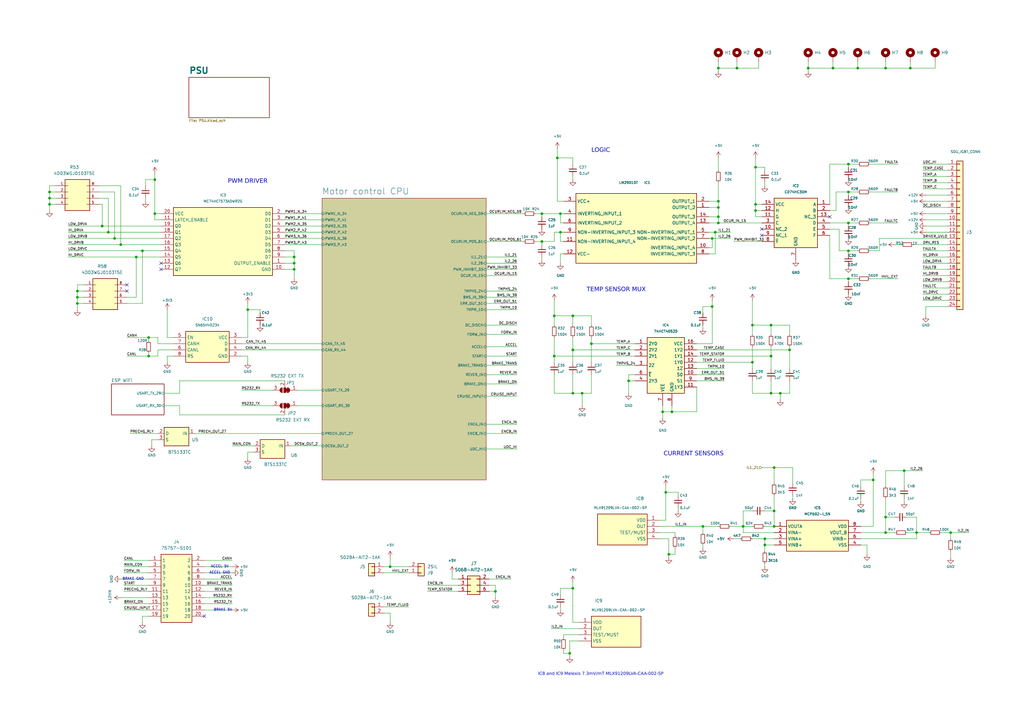
<source format=kicad_sch>
(kicad_sch (version 20250114) (generator "eeschema") (generator_version "9.0")
  (paper "A3")
  (text "BRAKE 5V" (at 91.44 250.19 0) (effects (font (size 1.016 1.016))))
  (text "PWM DRIVER" (at 101.6 74.93 0) (effects (font (size 1.778 1.778))))
  (text "IC8 and IC9 Melexis 7.3mV/mT MLX91209LVA-CAA-002-SP" (at 246.38 276.86 0) (effects (font (size 1.27 1.27))))
  (text "TEMP SENSOR MUX" (at 252.73 119.38 0) (effects (font (size 1.778 1.778))))
  (text "LOGIC" (at 246.38 62.23 0) (effects (font (size 1.778 1.778))))
  (text "BRAKE GND" (at 54.61 237.49 0) (effects (font (size 1.016 1.016))))
  (text "ACCEL GND" (at 90.17 234.95 0) (effects (font (size 1.016 1.016))))
  (text "ACCEL 5V" (at 90.17 232.41 0) (effects (font (size 1.016 1.016))))
  (text "CURRENT SENSORS" (at 284.48 186.69 0) (effects (font (size 1.778 1.778))))
  (junction (at 160.02 232.41))
  (junction (at 63.5 87.63))
  (junction (at 242.57 140.97))
  (junction (at 234.95 161.29))
  (junction (at 308.61 133.35))
  (junction (at 60.96 146.05))
  (junction (at 20.32 81.28))
  (junction (at 31.75 124.46))
  (junction (at 274.32 227.33))
  (junction (at 292.1 97.79))
  (junction (at 120.65 107.95))
  (junction (at 363.22 212.09))
  (junction (at 20.32 78.74))
  (junction (at 203.2 242.57))
  (junction (at 294.64 27.94))
  (junction (at 101.6 127))
  (junction (at 358.14 196.85))
  (junction (at 294.64 91.44))
  (junction (at 316.23 133.35))
  (junction (at 20.32 83.82))
  (junction (at 60.96 138.43))
  (junction (at 222.25 99.06))
  (junction (at 293.37 95.25))
  (junction (at 313.69 223.52))
  (junction (at 373.38 27.94))
  (junction (at 363.22 27.94))
  (junction (at 229.87 95.25))
  (junction (at 302.26 27.94))
  (junction (at 316.23 161.29))
  (junction (at 375.92 218.44))
  (junction (at 234.95 129.54))
  (junction (at 273.05 201.93))
  (junction (at 292.1 125.73))
  (junction (at 304.8 215.9))
  (junction (at 294.64 82.55))
  (junction (at 233.68 267.97))
  (junction (at 317.5 209.55))
  (junction (at 46.99 97.79))
  (junction (at 238.76 161.29))
  (junction (at 347.98 67.31))
  (junction (at 49.53 100.33))
  (junction (at 351.79 27.94))
  (junction (at 234.95 241.3))
  (junction (at 294.64 88.9))
  (junction (at 44.45 95.25))
  (junction (at 63.5 73.66))
  (junction (at 257.81 156.21))
  (junction (at 31.75 119.38))
  (junction (at 370.84 193.04))
  (junction (at 347.98 91.44))
  (junction (at 58.42 102.87))
  (junction (at 120.65 110.49))
  (junction (at 309.88 68.58))
  (junction (at 313.69 220.98))
  (junction (at 55.88 105.41))
  (junction (at 229.87 87.63))
  (junction (at 331.47 27.94))
  (junction (at 347.98 102.87))
  (junction (at 41.91 92.71))
  (junction (at 347.98 114.3))
  (junction (at 323.85 143.51))
  (junction (at 120.65 105.41))
  (junction (at 294.64 85.09))
  (junction (at 234.95 143.51))
  (junction (at 317.5 215.9))
  (junction (at 309.88 86.36))
  (junction (at 317.5 191.77))
  (junction (at 227.33 129.54))
  (junction (at 341.63 27.94))
  (junction (at 31.75 121.92))
  (junction (at 347.98 78.74))
  (junction (at 227.33 146.05))
  (junction (at 320.04 161.29))
  (junction (at 275.59 168.91))
  (junction (at 309.88 83.82))
  (junction (at 308.61 148.59))
  (junction (at 222.25 87.63))
  (junction (at 389.89 218.44))
  (junction (at 316.23 146.05))
  (junction (at 363.22 218.44))
  (junction (at 271.78 168.91))
  (junction (at 288.29 215.9))
  (junction (at 228.6 64.77))
  (no_connect (at 83.82 252.73))
  (no_connect (at 66.04 110.49))
  (no_connect (at 312.42 96.52))
  (no_connect (at 312.42 93.98))
  (no_connect (at 66.04 107.95))
  (no_connect (at 52.07 119.38))
  (no_connect (at 340.36 88.9))
  (no_connect (at 52.07 116.84))
  (wire (pts (xy 106.68 127) (xy 101.6 127)))
  (wire (pts (xy 231.14 99.06) (xy 229.87 99.06)))
  (wire (pts (xy 64.77 180.34) (xy 62.23 180.34)))
  (wire (pts (xy 308.61 133.35) (xy 308.61 137.16)))
  (wire (pts (xy 300.99 220.98) (xy 303.53 220.98)))
  (wire (pts (xy 356.87 78.74) (xy 368.3 78.74)))
  (wire (pts (xy 373.38 27.94) (xy 383.54 27.94)))
  (wire (pts (xy 317.5 218.44) (xy 304.8 218.44)))
  (wire (pts (xy 101.6 127) (xy 101.6 138.43)))
  (wire (pts (xy 199.39 177.8) (xy 212.09 177.8)))
  (wire (pts (xy 160.02 232.41) (xy 160.02 228.6)))
  (wire (pts (xy 302.26 25.4) (xy 302.26 27.94)))
  (wire (pts (xy 58.42 102.87) (xy 58.42 124.46)))
  (wire (pts (xy 285.75 158.75) (xy 285.75 168.91)))
  (wire (pts (xy 31.75 121.92) (xy 31.75 124.46)))
  (wire (pts (xy 119.38 182.88) (xy 132.08 182.88)))
  (wire (pts (xy 199.39 142.24) (xy 212.09 142.24)))
  (wire (pts (xy 344.17 102.87) (xy 347.98 102.87)))
  (wire (pts (xy 229.87 248.92) (xy 229.87 250.19)))
  (wire (pts (xy 46.99 78.74) (xy 46.99 97.79)))
  (wire (pts (xy 340.36 91.44) (xy 347.98 91.44)))
  (wire (pts (xy 292.1 97.79) (xy 299.72 97.79)))
  (wire (pts (xy 116.84 170.18) (xy 73.66 170.18)))
  (wire (pts (xy 34.29 116.84) (xy 31.75 116.84)))
  (wire (pts (xy 351.79 25.4) (xy 351.79 27.94)))
  (wire (pts (xy 353.06 215.9) (xy 358.14 215.9)))
  (wire (pts (xy 320.04 161.29) (xy 320.04 163.83)))
  (wire (pts (xy 320.04 161.29) (xy 323.85 161.29)))
  (wire (pts (xy 270.51 213.36) (xy 273.05 213.36)))
  (wire (pts (xy 20.32 76.2) (xy 20.32 78.74)))
  (wire (pts (xy 388.62 95.25) (xy 379.73 95.25)))
  (wire (pts (xy 157.48 234.95) (xy 167.64 234.95)))
  (wire (pts (xy 288.29 128.27) (xy 288.29 125.73)))
  (wire (pts (xy 71.12 138.43) (xy 68.58 138.43)))
  (wire (pts (xy 373.38 25.4) (xy 373.38 27.94)))
  (wire (pts (xy 60.96 138.43) (xy 60.96 139.7)))
  (wire (pts (xy 316.23 156.21) (xy 316.23 161.29)))
  (wire (pts (xy 275.59 168.91) (xy 271.78 168.91)))
  (wire (pts (xy 294.64 74.93) (xy 294.64 82.55)))
  (wire (pts (xy 278.13 203.2) (xy 278.13 201.93)))
  (wire (pts (xy 341.63 27.94) (xy 331.47 27.94)))
  (wire (pts (xy 227.33 95.25) (xy 227.33 99.06)))
  (wire (pts (xy 347.98 114.3) (xy 347.98 115.57)))
  (wire (pts (xy 60.96 146.05) (xy 60.96 144.78)))
  (wire (pts (xy 270.51 220.98) (xy 274.32 220.98)))
  (wire (pts (xy 374.65 100.33) (xy 388.62 100.33)))
  (wire (pts (xy 323.85 133.35) (xy 316.23 133.35)))
  (wire (pts (xy 274.32 220.98) (xy 274.32 227.33)))
  (wire (pts (xy 388.62 113.03) (xy 378.46 113.03)))
  (wire (pts (xy 68.58 146.05) (xy 68.58 148.59)))
  (wire (pts (xy 347.98 67.31) (xy 347.98 68.58)))
  (wire (pts (xy 331.47 27.94) (xy 331.47 29.21)))
  (wire (pts (xy 40.64 76.2) (xy 49.53 76.2)))
  (wire (pts (xy 227.33 95.25) (xy 229.87 95.25)))
  (wire (pts (xy 49.53 100.33) (xy 66.04 100.33)))
  (wire (pts (xy 355.6 223.52) (xy 355.6 227.33)))
  (wire (pts (xy 360.68 97.79) (xy 388.62 97.79)))
  (wire (pts (xy 49.53 237.49) (xy 60.96 237.49)))
  (wire (pts (xy 222.25 105.41) (xy 222.25 106.68)))
  (wire (pts (xy 63.5 73.66) (xy 63.5 87.63)))
  (wire (pts (xy 227.33 146.05) (xy 260.35 146.05)))
  (wire (pts (xy 55.88 105.41) (xy 66.04 105.41)))
  (wire (pts (xy 58.42 252.73) (xy 58.42 255.27)))
  (wire (pts (xy 121.92 160.02) (xy 132.08 160.02)))
  (wire (pts (xy 363.22 199.39) (xy 363.22 193.04)))
  (wire (pts (xy 323.85 161.29) (xy 323.85 156.21)))
  (wire (pts (xy 228.6 64.77) (xy 234.95 64.77)))
  (wire (pts (xy 234.95 143.51) (xy 260.35 143.51)))
  (wire (pts (xy 60.96 252.73) (xy 58.42 252.73)))
  (wire (pts (xy 325.12 191.77) (xy 325.12 198.12)))
  (wire (pts (xy 200.66 237.49) (xy 209.55 237.49)))
  (wire (pts (xy 309.88 86.36) (xy 312.42 86.36)))
  (wire (pts (xy 44.45 81.28) (xy 44.45 95.25)))
  (wire (pts (xy 273.05 201.93) (xy 273.05 199.39)))
  (wire (pts (xy 50.8 247.65) (xy 60.96 247.65)))
  (wire (pts (xy 388.62 77.47) (xy 378.46 77.47)))
  (wire (pts (xy 222.25 99.06) (xy 222.25 100.33)))
  (wire (pts (xy 199.39 149.86) (xy 212.09 149.86)))
  (wire (pts (xy 312.42 83.82) (xy 309.88 83.82)))
  (wire (pts (xy 351.79 102.87) (xy 347.98 102.87)))
  (wire (pts (xy 312.42 191.77) (xy 317.5 191.77)))
  (wire (pts (xy 308.61 220.98) (xy 313.69 220.98)))
  (wire (pts (xy 285.75 156.21) (xy 297.18 156.21)))
  (wire (pts (xy 276.86 224.79) (xy 276.86 227.33)))
  (wire (pts (xy 276.86 218.44) (xy 270.51 218.44)))
  (wire (pts (xy 66.04 87.63) (xy 63.5 87.63)))
  (wire (pts (xy 234.95 129.54) (xy 227.33 129.54)))
  (wire (pts (xy 285.75 168.91) (xy 275.59 168.91)))
  (wire (pts (xy 379.73 125.73) (xy 388.62 125.73)))
  (wire (pts (xy 341.63 25.4) (xy 341.63 27.94)))
  (wire (pts (xy 290.83 104.14) (xy 293.37 104.14)))
  (wire (pts (xy 222.25 88.9) (xy 222.25 87.63)))
  (wire (pts (xy 388.62 82.55) (xy 379.73 82.55)))
  (wire (pts (xy 257.81 156.21) (xy 257.81 161.29)))
  (wire (pts (xy 311.15 25.4) (xy 311.15 27.94)))
  (wire (pts (xy 203.2 242.57) (xy 203.2 245.11)))
  (wire (pts (xy 242.57 133.35) (xy 242.57 129.54)))
  (wire (pts (xy 388.62 69.85) (xy 378.46 69.85)))
  (wire (pts (xy 363.22 212.09) (xy 363.22 218.44)))
  (wire (pts (xy 231.14 266.7) (xy 231.14 267.97)))
  (wire (pts (xy 95.25 232.41) (xy 83.82 232.41)))
  (wire (pts (xy 237.49 262.89) (xy 233.68 262.89)))
  (wire (pts (xy 242.57 129.54) (xy 234.95 129.54)))
  (wire (pts (xy 233.68 262.89) (xy 233.68 267.97)))
  (wire (pts (xy 27.94 105.41) (xy 55.88 105.41)))
  (wire (pts (xy 187.96 237.49) (xy 185.42 237.49)))
  (wire (pts (xy 237.49 255.27) (xy 234.95 255.27)))
  (wire (pts (xy 347.98 91.44) (xy 347.98 92.71)))
  (wire (pts (xy 353.06 220.98) (xy 375.92 220.98)))
  (wire (pts (xy 308.61 148.59) (xy 308.61 151.13)))
  (wire (pts (xy 203.2 240.03) (xy 203.2 242.57)))
  (wire (pts (xy 64.77 138.43) (xy 60.96 138.43)))
  (wire (pts (xy 120.65 107.95) (xy 120.65 110.49)))
  (wire (pts (xy 344.17 93.98) (xy 344.17 102.87)))
  (wire (pts (xy 99.06 140.97) (xy 132.08 140.97)))
  (wire (pts (xy 233.68 267.97) (xy 233.68 269.24)))
  (wire (pts (xy 199.39 87.63) (xy 214.63 87.63)))
  (wire (pts (xy 46.99 97.79) (xy 66.04 97.79)))
  (wire (pts (xy 222.25 87.63) (xy 229.87 87.63)))
  (wire (pts (xy 99.06 138.43) (xy 101.6 138.43)))
  (wire (pts (xy 381 218.44) (xy 375.92 218.44)))
  (wire (pts (xy 270.51 215.9) (xy 288.29 215.9)))
  (wire (pts (xy 290.83 82.55) (xy 294.64 82.55)))
  (wire (pts (xy 317.5 220.98) (xy 313.69 220.98)))
  (wire (pts (xy 316.23 161.29) (xy 320.04 161.29)))
  (wire (pts (xy 285.75 143.51) (xy 323.85 143.51)))
  (wire (pts (xy 59.69 81.28) (xy 59.69 82.55)))
  (wire (pts (xy 309.88 83.82) (xy 309.88 86.36)))
  (wire (pts (xy 242.57 140.97) (xy 260.35 140.97)))
  (wire (pts (xy 63.5 87.63) (xy 63.5 90.17)))
  (wire (pts (xy 101.6 185.42) (xy 101.6 187.96)))
  (wire (pts (xy 219.71 87.63) (xy 222.25 87.63)))
  (wire (pts (xy 351.79 67.31) (xy 347.98 67.31)))
  (wire (pts (xy 49.53 76.2) (xy 49.53 100.33)))
  (wire (pts (xy 294.64 27.94) (xy 294.64 29.21)))
  (wire (pts (xy 308.61 123.19) (xy 308.61 133.35)))
  (wire (pts (xy 40.64 83.82) (xy 41.91 83.82)))
  (wire (pts (xy 116.84 102.87) (xy 120.65 102.87)))
  (wire (pts (xy 20.32 78.74) (xy 20.32 81.28)))
  (wire (pts (xy 199.39 110.49) (xy 212.09 110.49)))
  (wire (pts (xy 356.87 114.3) (xy 368.3 114.3)))
  (wire (pts (xy 316.23 146.05) (xy 316.23 151.13)))
  (wire (pts (xy 55.88 121.92) (xy 52.07 121.92)))
  (wire (pts (xy 27.94 92.71) (xy 41.91 92.71)))
  (wire (pts (xy 199.39 99.06) (xy 214.63 99.06)))
  (wire (pts (xy 99.06 143.51) (xy 132.08 143.51)))
  (wire (pts (xy 83.82 240.03) (xy 95.25 240.03)))
  (wire (pts (xy 285.75 153.67) (xy 297.18 153.67)))
  (wire (pts (xy 31.75 121.92) (xy 34.29 121.92)))
  (wire (pts (xy 83.82 250.19) (xy 95.25 250.19)))
  (wire (pts (xy 358.14 215.9) (xy 358.14 196.85)))
  (wire (pts (xy 363.22 193.04) (xy 370.84 193.04)))
  (wire (pts (xy 83.82 229.87) (xy 95.25 229.87)))
  (wire (pts (xy 294.64 82.55) (xy 294.64 85.09)))
  (wire (pts (xy 229.87 104.14) (xy 231.14 104.14)))
  (wire (pts (xy 292.1 125.73) (xy 292.1 123.19)))
  (wire (pts (xy 58.42 102.87) (xy 66.04 102.87)))
  (wire (pts (xy 302.26 27.94) (xy 294.64 27.94)))
  (wire (pts (xy 227.33 129.54) (xy 227.33 133.35)))
  (wire (pts (xy 351.79 27.94) (xy 341.63 27.94)))
  (wire (pts (xy 59.69 76.2) (xy 59.69 73.66)))
  (wire (pts (xy 231.14 260.35) (xy 237.49 260.35)))
  (wire (pts (xy 199.39 173.99) (xy 212.09 173.99)))
  (wire (pts (xy 99.06 166.37) (xy 111.76 166.37)))
  (wire (pts (xy 313.69 69.85) (xy 313.69 68.58)))
  (wire (pts (xy 375.92 212.09) (xy 375.92 218.44)))
  (wire (pts (xy 50.8 232.41) (xy 60.96 232.41)))
  (wire (pts (xy 50.8 250.19) (xy 60.96 250.19)))
  (wire (pts (xy 317.5 203.2) (xy 317.5 209.55)))
  (wire (pts (xy 120.65 102.87) (xy 120.65 105.41)))
  (wire (pts (xy 367.03 218.44) (xy 363.22 218.44)))
  (wire (pts (xy 199.39 113.03) (xy 212.09 113.03)))
  (wire (pts (xy 116.84 87.63) (xy 132.08 87.63)))
  (wire (pts (xy 360.68 102.87) (xy 356.87 102.87)))
  (wire (pts (xy 347.98 91.44) (xy 351.79 91.44)))
  (wire (pts (xy 290.83 101.6) (xy 292.1 101.6)))
  (wire (pts (xy 316.23 142.24) (xy 316.23 146.05)))
  (wire (pts (xy 199.39 157.48) (xy 212.09 157.48)))
  (wire (pts (xy 370.84 204.47) (xy 370.84 205.74)))
  (wire (pts (xy 199.39 133.35) (xy 212.09 133.35)))
  (wire (pts (xy 257.81 153.67) (xy 257.81 156.21)))
  (wire (pts (xy 22.86 83.82) (xy 20.32 83.82)))
  (wire (pts (xy 309.88 86.36) (xy 309.88 88.9)))
  (wire (pts (xy 228.6 82.55) (xy 231.14 82.55)))
  (wire (pts (xy 200.66 240.03) (xy 203.2 240.03)))
  (wire (pts (xy 353.06 196.85) (xy 358.14 196.85)))
  (wire (pts (xy 313.69 223.52) (xy 313.69 226.06)))
  (wire (pts (xy 242.57 140.97) (xy 242.57 148.59)))
  (wire (pts (xy 200.66 242.57) (xy 203.2 242.57)))
  (wire (pts (xy 199.39 107.95) (xy 212.09 107.95)))
  (wire (pts (xy 20.32 81.28) (xy 20.32 83.82)))
  (wire (pts (xy 367.03 212.09) (xy 363.22 212.09)))
  (wire (pts (xy 292.1 140.97) (xy 292.1 125.73)))
  (wire (pts (xy 342.9 86.36) (xy 342.9 78.74)))
  (wire (pts (xy 309.88 64.77) (xy 309.88 68.58)))
  (wire (pts (xy 116.84 90.17) (xy 132.08 90.17)))
  (wire (pts (xy 31.75 119.38) (xy 31.75 121.92)))
  (wire (pts (xy 199.39 124.46) (xy 212.09 124.46)))
  (wire (pts (xy 290.83 85.09) (xy 294.64 85.09)))
  (wire (pts (xy 383.54 25.4) (xy 383.54 27.94)))
  (wire (pts (xy 388.62 105.41) (xy 378.46 105.41)))
  (wire (pts (xy 63.5 71.12) (xy 63.5 73.66)))
  (wire (pts (xy 316.23 133.35) (xy 308.61 133.35)))
  (wire (pts (xy 229.87 91.44) (xy 229.87 87.63)))
  (wire (pts (xy 120.65 110.49) (xy 120.65 114.3)))
  (wire (pts (xy 347.98 78.74) (xy 347.98 80.01)))
  (wire (pts (xy 331.47 25.4) (xy 331.47 27.94)))
  (wire (pts (xy 340.36 96.52) (xy 340.36 114.3)))
  (wire (pts (xy 340.36 93.98) (xy 344.17 93.98)))
  (wire (pts (xy 27.94 100.33) (xy 49.53 100.33)))
  (wire (pts (xy 229.87 104.14) (xy 229.87 107.95)))
  (wire (pts (xy 227.33 99.06) (xy 222.25 99.06)))
  (wire (pts (xy 73.66 170.18) (xy 73.66 166.37)))
  (wire (pts (xy 95.25 182.88) (xy 104.14 182.88)))
  (wire (pts (xy 71.12 143.51) (xy 64.77 143.51)))
  (wire (pts (xy 67.31 166.37) (xy 73.66 166.37)))
  (wire (pts (xy 285.75 146.05) (xy 316.23 146.05)))
  (wire (pts (xy 388.62 85.09) (xy 378.46 85.09)))
  (wire (pts (xy 285.75 148.59) (xy 308.61 148.59)))
  (wire (pts (xy 95.25 234.95) (xy 83.82 234.95)))
  (wire (pts (xy 317.5 209.55) (xy 317.5 215.9)))
  (wire (pts (xy 199.39 119.38) (xy 212.09 119.38)))
  (wire (pts (xy 27.94 97.79) (xy 46.99 97.79)))
  (wire (pts (xy 317.5 198.12) (xy 317.5 191.77)))
  (wire (pts (xy 304.8 209.55) (xy 304.8 215.9)))
  (wire (pts (xy 340.36 86.36) (xy 342.9 86.36)))
  (wire (pts (xy 229.87 99.06) (xy 229.87 95.25)))
  (wire (pts (xy 323.85 142.24) (xy 323.85 143.51)))
  (wire (pts (xy 388.62 102.87) (xy 378.46 102.87)))
  (wire (pts (xy 40.64 81.28) (xy 44.45 81.28)))
  (wire (pts (xy 367.03 100.33) (xy 369.57 100.33)))
  (wire (pts (xy 157.48 248.92) (xy 167.64 248.92)))
  (wire (pts (xy 50.8 229.87) (xy 60.96 229.87)))
  (wire (pts (xy 273.05 213.36) (xy 273.05 201.93)))
  (wire (pts (xy 340.36 67.31) (xy 340.36 83.82)))
  (wire (pts (xy 238.76 161.29) (xy 242.57 161.29)))
  (wire (pts (xy 50.8 242.57) (xy 60.96 242.57)))
  (wire (pts (xy 58.42 124.46) (xy 52.07 124.46)))
  (wire (pts (xy 313.69 74.93) (xy 313.69 76.2)))
  (wire (pts (xy 316.23 137.16) (xy 316.23 133.35)))
  (wire (pts (xy 104.14 185.42) (xy 101.6 185.42)))
  (wire (pts (xy 116.84 95.25) (xy 132.08 95.25)))
  (wire (pts (xy 388.62 118.11) (xy 378.46 118.11)))
  (wire (pts (xy 356.87 91.44) (xy 368.3 91.44)))
  (wire (pts (xy 22.86 76.2) (xy 20.32 76.2)))
  (wire (pts (xy 231.14 260.35) (xy 231.14 261.62)))
  (wire (pts (xy 288.29 125.73) (xy 292.1 125.73)))
  (wire (pts (xy 388.62 110.49) (xy 378.46 110.49)))
  (wire (pts (xy 227.33 161.29) (xy 234.95 161.29)))
  (wire (pts (xy 351.79 27.94) (xy 363.22 27.94)))
  (wire (pts (xy 313.69 209.55) (xy 317.5 209.55)))
  (wire (pts (xy 242.57 161.29) (xy 242.57 153.67)))
  (wire (pts (xy 199.39 127) (xy 212.09 127)))
  (wire (pts (xy 340.36 114.3) (xy 347.98 114.3)))
  (wire (pts (xy 375.92 218.44) (xy 372.11 218.44)))
  (wire (pts (xy 304.8 215.9) (xy 308.61 215.9)))
  (wire (pts (xy 234.95 133.35) (xy 234.95 129.54)))
  (wire (pts (xy 101.6 124.46) (xy 101.6 127)))
  (wire (pts (xy 274.32 227.33) (xy 274.32 228.6)))
  (wire (pts (xy 121.92 166.37) (xy 132.08 166.37)))
  (wire (pts (xy 276.86 218.44) (xy 276.86 219.71)))
  (wire (pts (xy 313.69 68.58) (xy 309.88 68.58)))
  (wire (pts (xy 353.06 204.47) (xy 353.06 205.74)))
  (wire (pts (xy 99.06 160.02) (xy 111.76 160.02)))
  (wire (pts (xy 242.57 138.43) (xy 242.57 140.97)))
  (wire (pts (xy 101.6 146.05) (xy 101.6 148.59)))
  (wire (pts (xy 292.1 101.6) (xy 292.1 97.79)))
  (wire (pts (xy 313.69 231.14) (xy 313.69 232.41)))
  (wire (pts (xy 160.02 251.46) (xy 160.02 255.27)))
  (wire (pts (xy 363.22 27.94) (xy 373.38 27.94)))
  (wire (pts (xy 229.87 95.25) (xy 231.14 95.25)))
  (wire (pts (xy 388.62 74.93) (xy 378.46 74.93)))
  (wire (pts (xy 83.82 247.65) (xy 95.25 247.65)))
  (wire (pts (xy 20.32 81.28) (xy 22.86 81.28)))
  (wire (pts (xy 340.36 67.31) (xy 347.98 67.31)))
  (wire (pts (xy 231.14 91.44) (xy 229.87 91.44)))
  (wire (pts (xy 311.15 27.94) (xy 302.26 27.94)))
  (wire (pts (xy 199.39 153.67) (xy 212.09 153.67)))
  (wire (pts (xy 120.65 107.95) (xy 116.84 107.95)))
  (wire (pts (xy 309.88 68.58) (xy 309.88 83.82)))
  (wire (pts (xy 99.06 146.05) (xy 101.6 146.05)))
  (wire (pts (xy 342.9 78.74) (xy 347.98 78.74)))
  (wire (pts (xy 353.06 199.39) (xy 353.06 196.85)))
  (wire (pts (xy 83.82 237.49) (xy 95.25 237.49)))
  (wire (pts (xy 389.89 218.44) (xy 397.51 218.44)))
  (wire (pts (xy 40.64 78.74) (xy 46.99 78.74)))
  (wire (pts (xy 64.77 146.05) (xy 60.96 146.05)))
  (wire (pts (xy 64.77 140.97) (xy 64.77 138.43)))
  (wire (pts (xy 360.68 102.87) (xy 360.68 97.79)))
  (wire (pts (xy 229.87 241.3) (xy 234.95 241.3)))
  (wire (pts (xy 389.89 228.6) (xy 389.89 226.06)))
  (wire (pts (xy 313.69 215.9) (xy 317.5 215.9)))
  (wire (pts (xy 41.91 92.71) (xy 66.04 92.71)))
  (wire (pts (xy 27.94 102.87) (xy 58.42 102.87)))
  (wire (pts (xy 388.62 80.01) (xy 379.73 80.01)))
  (wire (pts (xy 227.33 146.05) (xy 227.33 148.59)))
  (wire (pts (xy 363.22 204.47) (xy 363.22 212.09)))
  (wire (pts (xy 313.69 220.98) (xy 313.69 223.52)))
  (wire (pts (xy 288.29 133.35) (xy 288.29 134.62)))
  (wire (pts (xy 66.04 90.17) (xy 63.5 90.17)))
  (wire (pts (xy 231.14 267.97) (xy 233.68 267.97)))
  (wire (pts (xy 288.29 215.9) (xy 288.29 218.44)))
  (wire (pts (xy 388.62 67.31) (xy 378.46 67.31)))
  (wire (pts (xy 234.95 161.29) (xy 238.76 161.29)))
  (wire (pts (xy 323.85 137.16) (xy 323.85 133.35)))
  (wire (pts (xy 257.81 156.21) (xy 260.35 156.21)))
  (wire (pts (xy 53.34 177.8) (xy 64.77 177.8)))
  (wire (pts (xy 31.75 124.46) (xy 31.75 127)))
  (wire (pts (xy 34.29 124.46) (xy 31.75 124.46)))
  (wire (pts (xy 293.37 95.25) (xy 299.72 95.25)))
  (wire (pts (xy 49.53 245.11) (xy 60.96 245.11)))
  (wire (pts (xy 60.96 138.43) (xy 52.07 138.43)))
  (wire (pts (xy 378.46 120.65) (xy 388.62 120.65)))
  (wire (pts (xy 234.95 138.43) (xy 234.95 143.51)))
  (wire (pts (xy 308.61 161.29) (xy 316.23 161.29)))
  (wire (pts (xy 120.65 110.49) (xy 116.84 110.49)))
  (wire (pts (xy 388.62 90.17) (xy 379.73 90.17)))
  (wire (pts (xy 308.61 142.24) (xy 308.61 148.59)))
  (wire (pts (xy 199.39 184.15) (xy 212.09 184.15)))
  (wire (pts (xy 234.95 255.27) (xy 234.95 241.3)))
  (wire (pts (xy 80.01 177.8) (xy 132.08 177.8)))
  (wire (pts (xy 31.75 116.84) (xy 31.75 119.38)))
  (wire (pts (xy 199.39 162.56) (xy 212.09 162.56)))
  (wire (pts (xy 229.87 243.84) (xy 229.87 241.3)))
  (wire (pts (xy 252.73 149.86) (xy 260.35 149.86)))
  (wire (pts (xy 285.75 140.97) (xy 292.1 140.97)))
  (wire (pts (xy 116.84 97.79) (xy 132.08 97.79)))
  (wire (pts (xy 31.75 119.38) (xy 34.29 119.38)))
  (wire (pts (xy 347.98 102.87) (xy 347.98 104.14)))
  (wire (pts (xy 83.82 242.57) (xy 95.25 242.57)))
  (wire (pts (xy 351.79 114.3) (xy 347.98 114.3)))
  (wire (pts (xy 308.61 156.21) (xy 308.61 161.29)))
  (wire (pts (xy 227.33 123.19) (xy 227.33 129.54)))
  (wire (pts (xy 325.12 203.2) (xy 325.12 204.47)))
  (wire (pts (xy 276.86 227.33) (xy 274.32 227.33)))
  (wire (pts (xy 199.39 105.41) (xy 212.09 105.41)))
  (wire (pts (xy 60.96 146.05) (xy 52.07 146.05)))
  (wire (pts (xy 288.29 223.52) (xy 288.29 224.79)))
  (wire (pts (xy 71.12 140.97) (xy 64.77 140.97)))
  (wire (pts (xy 278.13 201.93) (xy 273.05 201.93)))
  (wire (pts (xy 234.95 241.3) (xy 234.95 238.76)))
  (wire (pts (xy 73.66 156.21) (xy 73.66 161.29)))
  (wire (pts (xy 304.8 218.44) (xy 304.8 215.9)))
  (wire (pts (xy 68.58 138.43) (xy 68.58 127)))
  (wire (pts (xy 353.06 223.52) (xy 355.6 223.52)))
  (wire (pts (xy 55.88 105.41) (xy 55.88 121.92)))
  (wire (pts (xy 317.5 191.77) (xy 325.12 191.77)))
  (wire (pts (xy 50.8 240.03) (xy 60.96 240.03)))
  (wire (pts (xy 278.13 208.28) (xy 278.13 209.55)))
  (wire (pts (xy 62.23 180.34) (xy 62.23 182.88)))
  (wire (pts (xy 323.85 143.51) (xy 323.85 151.13)))
  (wire (pts (xy 260.35 153.67) (xy 257.81 153.67)))
  (wire (pts (xy 370.84 193.04) (xy 370.84 199.39)))
  (wire (pts (xy 290.83 95.25) (xy 293.37 95.25)))
  (wire (pts (xy 275.59 166.37) (xy 275.59 168.91)))
  (wire (pts (xy 294.64 91.44) (xy 312.42 91.44)))
  (wire (pts (xy 351.79 78.74) (xy 347.98 78.74)))
  (wire (pts (xy 185.42 237.49) (xy 185.42 234.95)))
  (wire (pts (xy 64.77 143.51) (xy 64.77 146.05)))
  (wire (pts (xy 228.6 64.77) (xy 228.6 82.55)))
  (wire (pts (xy 120.65 105.41) (xy 116.84 105.41)))
  (wire (pts (xy 300.99 99.06) (xy 312.42 99.06)))
  (wire (pts (xy 358.14 196.85) (xy 358.14 194.31)))
  (wire (pts (xy 294.64 64.77) (xy 294.64 69.85)))
  (wire (pts (xy 271.78 168.91) (xy 271.78 171.45)))
  (wire (pts (xy 106.68 128.27) (xy 106.68 127)))
  (wire (pts (xy 386.08 218.44) (xy 389.89 218.44)))
  (wire (pts (xy 175.26 242.57) (xy 187.96 242.57)))
  (wire (pts (xy 356.87 67.31) (xy 368.3 67.31)))
  (wire (pts (xy 120.65 105.41) (xy 120.65 107.95)))
  (wire (pts (xy 157.48 232.41) (xy 160.02 232.41)))
  (wire (pts (xy 20.32 78.74) (xy 22.86 78.74)))
  (wire (pts (xy 285.75 151.13) (xy 297.18 151.13)))
  (wire (pts (xy 288.29 215.9) (xy 294.64 215.9)))
  (wire (pts (xy 59.69 73.66) (xy 63.5 73.66)))
  (wire (pts (xy 73.66 161.29) (xy 67.31 161.29)))
  (wire (pts (xy 116.84 156.21) (xy 73.66 156.21)))
  (wire (pts (xy 41.91 83.82) (xy 41.91 92.71)))
  (wire (pts (xy 375.92 220.98) (xy 375.92 218.44)))
  (wire (pts (xy 116.84 92.71) (xy 132.08 92.71)))
  (wire (pts (xy 234.95 72.39) (xy 234.95 73.66)))
  (wire (pts (xy 226.06 257.81) (xy 237.49 257.81)))
  (wire (pts (xy 157.48 251.46) (xy 160.02 251.46)))
  (wire (pts (xy 294.64 25.4) (xy 294.64 27.94)))
  (wire (pts (xy 389.89 218.44) (xy 389.89 220.98)))
  (wire (pts (xy 363.22 25.4) (xy 363.22 27.94)))
  (wire (pts (xy 227.33 138.43) (xy 227.33 146.05)))
  (wire (pts (xy 238.76 161.29) (xy 238.76 166.37)))
  (wire (pts (xy 294.64 85.09) (xy 294.64 88.9)))
  (wire (pts (xy 83.82 245.11) (xy 95.25 245.11)))
  (wire (pts (xy 175.26 240.03) (xy 187.96 240.03)))
  (wire (pts (xy 372.11 212.09) (xy 375.92 212.09)))
  (wire (pts (xy 229.87 87.63) (xy 231.14 87.63)))
  (wire (pts (xy 290.83 97.79) (xy 292.1 97.79)))
  (wire (pts (xy 388.62 72.39) (xy 378.46 72.39)))
  (wire (pts (xy 388.62 115.57) (xy 378.46 115.57)))
  (wire (pts (xy 388.62 107.95) (xy 378.46 107.95)))
  (wire (pts (xy 20.32 83.82) (xy 20.32 86.36)))
  (wire (pts (xy 353.06 218.44) (xy 363.22 218.44)))
  (wire (pts (xy 71.12 146.05) (xy 68.58 146.05)))
  (wire (pts (xy 294.64 88.9) (xy 294.64 91.44)))
  (wire (pts (xy 44.45 95.25) (xy 66.04 95.25)))
  (wire (pts (xy 388.62 87.63) (xy 379.73 87.63)))
  (wire (pts (xy 293.37 104.14) (xy 293.37 95.25)))
  (wire (pts (xy 116.84 100.33) (xy 132.08 100.33)))
  (wire (pts (xy 312.42 88.9) (xy 309.88 88.9)))
  (wire (pts (xy 228.6 60.96) (xy 228.6 64.77)))
  (wire (pts (xy 219.71 99.06) (xy 222.25 99.06)))
  (wire (pts (xy 199.39 146.05) (xy 212.09 146.05)))
  (wire (pts (xy 199.39 137.16) (xy 212.09 137.16)))
  (wire (pts (xy 234.95 67.31) (xy 234.95 64.77)))
  (wire (pts (xy 271.78 166.37) (xy 271.78 168.91)))
  (wire (pts (xy 50.8 234.95) (xy 60.96 234.95)))
  (wire (pts (xy 227.33 153.67) (xy 227.33 161.29)))
  (wire (pts (xy 299.72 215.9) (xy 304.8 215.9)))
  (wire (pts (xy 313.69 223.52) (xy 317.5 223.52)))
  (wire (pts (xy 199.39 121.92) (xy 212.09 121.92)))
  (wire (pts (xy 290.83 88.9) (xy 294.64 88.9)))
  (wire (pts (xy 308.61 209.55) (xy 304.8 209.55)))
  (wire (pts (xy 370.84 193.04) (xy 378.46 193.04)))
  (wire (pts (xy 160.02 232.41) (xy 167.64 232.41)))
  (wire (pts (xy 234.95 143.51) (xy 234.95 148.59)))
  (wire (pts (xy 234.95 153.67) (xy 234.95 161.29)))
  (wire (pts (xy 27.94 95.25) (xy 44.45 95.25)))
  (wire (pts (xy 388.62 92.71) (xy 379.73 92.71)))
  (wire (pts (xy 378.46 123.19) (xy 388.62 123.19)))
  (wire (pts (xy 290.83 91.44) (xy 294.64 91.44)))
  (wire (pts (xy 379.73 125.73) (xy 379.73 129.54)))
  (label "IL1_21" (at 299.72 95.25 180) (effects (font (size 1.016 1.016))))
  (label "REVER_IN" (at 95.25 242.57 180) (effects (font (size 1.016 1.016))))
  (label "CANL" (at 50.8 229.87 0) (effects (font (size 1.016 1.016))))
  (label "TEMP_C" (at 252.73 143.51 0) (effects (font (size 1.016 1.016))))
  (label "HVIL_EXT" (at 167.64 234.95 180) (effects (font (size 1.016 1.016))))
  (label "TMPHS_24" (at 252.73 149.86 0) (effects (font (size 1.016 1.016))))
  (label "IL1_IN" (at 276.86 215.9 0) (effects (font (size 1.016 1.016))))
  (label "FAULTA" (at 368.3 67.31 180) (effects (font (size 1.016 1.016))))
  (label "IL2_26" (at 299.72 97.79 180) (effects (font (size 1.016 1.016))))
  (label "RS232_RX" (at 99.06 160.02 0) (effects (font (size 1.016 1.016))))
  (label "LOW_DRVC" (at 27.94 102.87 0) (effects (font (size 1.016 1.016))))
  (label "BRAKE_ON" (at 50.8 247.65 0) (effects (font (size 1.016 1.016))))
  (label "ENCB_IN" (at 212.09 177.8 180) (effects (font (size 1.016 1.016))))
  (label "DCSW_OUT_2" (at 120.65 182.88 0) (effects (font (size 1.016 1.016))))
  (label "HI_DRVB" (at 27.94 100.33 0) (effects (font (size 1.016 1.016))))
  (label "HI_DRVC" (at 378.46 120.65 0) (effects (font (size 1.016 1.016))))
  (label "TMPM_10" (at 297.18 151.13 180) (effects (font (size 1.016 1.016))))
  (label "BRAKE_TRANS" (at 212.09 149.86 180) (effects (font (size 1.016 1.016))))
  (label "MAIN_CON" (at 50.8 232.41 0) (effects (font (size 1.016 1.016))))
  (label "CAN_TX_45" (at 109.22 140.97 180) (effects (font (size 1.016 1.016))))
  (label "LOW_DRVB" (at 378.46 115.57 0) (effects (font (size 1.016 1.016))))
  (label "FAULTB" (at 378.46 110.49 0) (effects (font (size 1.016 1.016))))
  (label "CANL" (at 52.07 146.05 0) (effects (font (size 1.016 1.016))))
  (label "LOW_DRVC" (at 378.46 123.19 0) (effects (font (size 1.016 1.016))))
  (label "FORW_IN" (at 212.09 137.16 180) (effects (font (size 1.016 1.016))))
  (label "HVIL_EXT" (at 368.3 114.3 180) (effects (font (size 1.016 1.016))))
  (label "OCURLIM_NEG_59" (at 200.66 87.63 0) (effects (font (size 1.016 1.016))))
  (label "RS232_TX" (at 95.25 247.65 180) (effects (font (size 1.016 1.016))))
  (label "ACCEL" (at 95.25 237.49 180) (effects (font (size 1.016 1.016))))
  (label "REVER_IN" (at 212.09 153.67 180) (effects (font (size 1.016 1.016))))
  (label "PWM3_N_36" (at 116.84 97.79 0) (effects (font (size 1.016 1.016))))
  (label "DC_DISCH" (at 212.09 133.35 180) (effects (font (size 1.016 1.016))))
  (label "IL2_26" (at 378.46 193.04 180) (effects (font (size 1.016 1.016))))
  (label "DC_DISCH" (at 378.46 85.09 0) (effects (font (size 1.016 1.016))))
  (label "PWM2_N_35" (at 116.84 92.71 0) (effects (font (size 1.016 1.016))))
  (label "TEMP_A" (at 378.46 72.39 0) (effects (font (size 1.016 1.016))))
  (label "START" (at 212.09 146.05 180) (effects (font (size 1.016 1.016))))
  (label "TEMP_CASE" (at 297.18 143.51 180) (effects (font (size 1.016 1.016))))
  (label "TEMP_B" (at 378.46 74.93 0) (effects (font (size 1.016 1.016))))
  (label "CRUISE_INPUT" (at 50.8 250.19 0) (effects (font (size 1.016 1.016))))
  (label "PWM3_P_43" (at 116.84 100.33 0) (effects (font (size 1.016 1.016))))
  (label "FAULTB" (at 368.3 78.74 180) (effects (font (size 1.016 1.016))))
  (label "TEMP_C" (at 378.46 77.47 0) (effects (font (size 1.016 1.016))))
  (label "IL1_21" (at 212.09 105.41 180) (effects (font (size 1.016 1.016))))
  (label "DRV_RES" (at 378.46 100.33 0) (effects (font (size 1.016 1.016))))
  (label "RS232_TX" (at 99.06 166.37 0) (effects (font (size 1.016 1.016))))
  (label "TEMP_STATOR" (at 175.26 242.57 0) (effects (font (size 1.016 1.016))))
  (label "FORW_IN" (at 50.8 234.95 0) (effects (font (size 1.016 1.016))))
  (label "TEMP_FLUID" (at 297.18 148.59 180) (effects (font (size 1.016 1.016))))
  (label "HI_DRVC" (at 27.94 105.41 0) (effects (font (size 1.016 1.016))))
  (label "MAIN_CON" (at 95.25 182.88 0) (effects (font (size 1.016 1.016))))
  (label "PWM_INHIBIT_33" (at 300.99 99.06 0) (effects (font (size 1.016 1.016))))
  (label "OCUR_IN_15" (at 306.07 91.44 180) (effects (font (size 1.016 1.016))))
  (label "BRAKE_TRANS" (at 95.25 240.03 180) (effects (font (size 1.016 1.016))))
  (label "HI_DRVA" (at 378.46 105.41 0) (effects (font (size 1.016 1.016))))
  (label "ENCA_IN" (at 209.55 237.49 180) (effects (font (size 1.016 1.016))))
  (label "LOW_DRVA" (at 378.46 107.95 0) (effects (font (size 1.016 1.016))))
  (label "FAULTC" (at 368.3 91.44 180) (effects (font (size 1.016 1.016))))
  (label "PRECHG_RLY" (at 50.8 242.57 0) (effects (font (size 1.016 1.016))))
  (label "ENCA_IN" (at 212.09 173.99 180) (effects (font (size 1.016 1.016))))
  (label "CRUISE_INPUT" (at 212.09 162.56 180) (effects (font (size 1.016 1.016))))
  (label "IL2_IN" (at 226.06 257.81 0) (effects (font (size 1.016 1.016))))
  (label "ERR_OUT_51" (at 212.09 124.46 180) (effects (font (size 1.016 1.016))))
  (label "PWM_INHIBIT_33" (at 212.09 110.49 180) (effects (font (size 1.016 1.016))))
  (label "START" (at 50.8 240.03 0) (effects (font (size 1.016 1.016))))
  (label "ACCEL" (at 212.09 142.24 180) (effects (font (size 1.016 1.016))))
  (label "OCUR_IN_15" (at 212.09 113.03 180) (effects (font (size 1.016 1.016))))
  (label "CANH" (at 95.25 229.87 180) (effects (font (size 1.016 1.016))))
  (label "OCURLIM_POS_61" (at 200.66 99.06 0) (effects (font (size 1.016 1.016))))
  (label "HI_DRVB" (at 378.46 113.03 0) (effects (font (size 1.016 1.016))))
  (label "HI_DRVA" (at 27.94 95.25 0) (effects (font (size 1.016 1.016))))
  (label "BRAKE_ON" (at 212.09 157.48 180) (effects (font (size 1.016 1.016))))
  (label "FAULTA" (at 378.46 102.87 0) (effects (font (size 1.016 1.016))))
  (label "PWM2_P_42" (at 116.84 95.25 0) (effects (font (size 1.016 1.016))))
  (label "TEMP_A" (at 252.73 140.97 0) (effects (font (size 1.016 1.016))))
  (label "DRIVER_UVLO" (at 378.46 97.79 0) (effects (font (size 1.016 1.016))))
  (label "TEMP_FLUID" (at 167.64 248.92 180) (effects (font (size 1.016 1.016))))
  (label "TMPM_10" (at 212.09 127 180) (effects (font (size 1.016 1.016))))
  (label "PRECH_OUT_27" (at 81.28 177.8 0) (effects (font (size 1.016 1.016))))
  (label "UDC_HI" (at 212.09 184.15 180) (effects (font (size 1.016 1.016))))
  (label "BMS_IN_39" (at 212.09 121.92 180) (effects (font (size 1.016 1.016))))
  (label "TEMP_CASE" (at 378.46 69.85 0) (effects (font (size 1.016 1.016))))
  (label "IL2_26" (at 212.09 107.95 180) (effects (font (size 1.016 1.016))))
  (label "LOW_DRVA" (at 27.94 92.71 0) (effects (font (size 1.016 1.016))))
  (label "ERR_OUT_51" (at 297.18 153.67 180) (effects (font (size 1.016 1.016))))
  (label "CANH" (at 52.07 138.43 0) (effects (font (size 1.016 1.016))))
  (label "PWM1_N_34" (at 116.84 87.63 0) (effects (font (size 1.016 1.016))))
  (label "FAULTC" (at 378.46 118.11 0) (effects (font (size 1.016 1.016))))
  (label "RS232_RX" (at 95.25 245.11 180) (effects (font (size 1.016 1.016))))
  (label "BMS_IN_39" (at 297.18 156.21 180) (effects (font (size 1.016 1.016))))
  (label "PWM1_P_41" (at 116.84 90.17 0) (effects (font (size 1.016 1.016))))
  (label "TEMP_B" (at 252.73 146.05 0) (effects (font (size 1.016 1.016))))
  (label "CAN_RX_44" (at 109.22 143.51 180) (effects (font (size 1.016 1.016))))
  (label "LOW_DRVB" (at 27.94 97.79 0) (effects (font (size 1.016 1.016))))
  (label "UDC_HI" (at 378.46 67.31 0) (effects (font (size 1.016 1.016))))
  (label "TMPHS_24" (at 212.09 119.38 180) (effects (font (size 1.016 1.016))))
  (label "ENCB_IN" (at 175.26 240.03 0) (effects (font (size 1.016 1.016))))
  (label "PRECHG_RLY" (at 53.34 177.8 0) (effects (font (size 1.016 1.016))))
  (label "TEMP_STATOR" (at 297.18 146.05 180) (effects (font (size 1.016 1.016))))
  (label "IL2_IN" (at 397.51 218.44 180) (effects (font (size 1.016 1.016))))
  (hierarchical_label "IL1_21" (shape input) (at 312.42 191.77 180) (effects (font (size 1.016 1.016))))
  (symbol (lib_name "MountingHole_Pad_1") (lib_id "Mechanical:MountingHole_Pad") (at 311.15 22.86 0) (unit 1) (in_bom no)
    (property "Reference" "H3" (at 313.69 21.59 0) (effects (justify left)))
    (property "Value" "MountingHole_Pad" (effects (hide yes)))
    (property "Footprint" "MountingHole:MountingHole_4mm_Pad_Via" (effects (hide yes)))
    (property "Description" "Mounting Hole with connection" (effects (hide yes)))
  )
  (symbol (lib_id "Device:R_Small") (at 372.11 100.33 270) (mirror x) (unit 1)
    (property "Reference" "R52" (at 368.935 99.695 90) (effects (font (size 1.016 1.016))))
    (property "Value" "1K" (at 375.285 99.695 90) (effects (font (size 1.016 1.016))))
    (property "Footprint" "Resistor_SMD:R_0603_1608Metric" (effects (hide yes)))
  )
  (symbol (lib_id "power:+5V") (at 379.73 95.25 90) (mirror x) (unit 1)
    (property "Reference" "#PWR092" (effects (hide yes)))
    (property "Value" "+5V" (at 376.555 95.25 90) (effects (font (size 1.016 1.016)) (justify left)))
  )
  (symbol (lib_id "Device:C_Small") (at 288.29 130.81 0) (unit 1)
    (property "Reference" "C38" (at 284.48 128.27 0) (effects (font (size 1.016 1.016)) (justify left)))
    (property "Value" "0.1uF" (at 283.21 133.35 0) (effects (font (size 1.016 1.016)) (justify left)))
    (property "Footprint" "Capacitor_SMD:C_0603_1608Metric" (effects (hide yes)))
  )
  (symbol (lib_id "Device:R_Small") (at 217.17 87.63 90) (unit 1)
    (property "Reference" "R24" (at 219.71 85.725 90) (effects (font (size 1.016 1.016))))
    (property "Value" "10K" (at 215.9 85.725 90) (effects (font (size 1.016 1.016))))
    (property "Footprint" "Resistor_SMD:R_0603_1608Metric" (effects (hide yes)))
  )
  (symbol (lib_id "Device:R_Small") (at 354.33 78.74 270) (mirror x) (unit 1)
    (property "Reference" "R28" (at 350.52 77.47 90) (effects (font (size 1.016 1.016))))
    (property "Value" "560R" (at 358.14 77.47 90) (effects (font (size 1.016 1.016))))
    (property "Footprint" "Resistor_SMD:R_0603_1608Metric" (effects (hide yes)))
  )
  (symbol (lib_id "Device:C_Small") (at 347.98 106.68 0) (mirror y) (unit 1)
    (property "Reference" "C30" (at 351.155 104.775 0) (effects (font (size 1.016 1.016)) (justify left)))
    (property "Value" "10nF" (at 351.79 108.585 0) (effects (font (size 1.016 1.016)) (justify left)))
    (property "Footprint" "Capacitor_SMD:C_0603_1608Metric" (effects (hide yes)))
  )
  (symbol (lib_id "SamacSys_Parts:CD74HC30M") (at 340.36 83.82 0) (mirror y) (unit 1)
    (property "Reference" "IC2" (at 326.39 76.2 0) (effects (font (size 1.016 1.016))))
    (property "Value" "CD74HC30M" (at 326.39 78.74 0) (effects (font (size 1.016 1.016))))
    (property "Footprint" "SamacSys_Parts:SOIC127P600X175-14N" (effects (hide yes)))
    (property "Datasheet" "https://datasheet.datasheetarchive.com/originals/distributors/Datasheets-SFU2/DSASFU100028881.pdf" (effects (hide yes)))
    (property "Height" "1.75" (effects (hide yes)))
    (property "Manufacturer_Name" "Texas Instruments" (effects (hide yes)))
    (property "Manufacturer_Part_Number" "CD74HC30M" (effects (hide yes)))
    (property "Mouser Part Number" "595-CD74HC30M" (effects (hide yes)))
    (property "Mouser Price/Stock" "https://www.mouser.co.uk/ProductDetail/Texas-Instruments/CD74HC30M?qs=tJ5HNKWh3OXDBjsOnHFKPQ%3D%3D" (effects (hide yes)))
    (property "Arrow Part Number" "CD74HC30M" (effects (hide yes)))
    (property "Arrow Price/Stock" "https://www.arrow.com/en/products/cd74hc30m/texas-instruments?region=nac" (effects (hide yes)))
    (property "JLCPCB Part #" " C6540" (effects (hide yes)))
  )
  (symbol (lib_id "Device:R_Small") (at 363.22 201.93 0) (unit 1)
    (property "Reference" "R46" (at 364.49 200.66 0) (effects (font (size 1.016 1.016)) (justify left)))
    (property "Value" "3K3" (at 364.49 203.2 0) (effects (font (size 1.016 1.016)) (justify left)))
    (property "Footprint" "Resistor_SMD:R_0603_1608Metric" (effects (hide yes)))
  )
  (symbol (lib_id "Connector_Generic:Conn_01x02") (at 172.72 234.95 0) (mirror x) (unit 1) (in_bom no)
    (property "Reference" "J9" (at 175.26 234.95 0) (effects (justify left)))
    (property "Value" "2SIL" (at 175.26 232.41 0) (effects (justify left)))
    (property "Footprint" "Connector_PinHeader_2.54mm:PinHeader_1x02_P2.54mm_Vertical" (effects (hide yes)))
    (property "Description" "Generic connector, single row, 01x02, script generated (kicad-library-utils/schlib/autogen/connector/)" (effects (hide yes)))
  )
  (symbol (lib_id "Device:C_Small") (at 311.15 209.55 90) (unit 1)
    (property "Reference" "C44" (at 314.96 208.28 90) (effects (font (size 1.016 1.016))))
    (property "Value" "50pF" (at 307.34 208.28 90) (effects (font (size 1.016 1.016))))
    (property "Footprint" "Capacitor_SMD:C_0603_1608Metric" (effects (hide yes)))
  )
  (symbol (lib_id "Device:C_Small") (at 347.98 118.11 0) (mirror y) (unit 1)
    (property "Reference" "C32" (at 353.06 116.84 0) (effects (font (size 1.016 1.016)) (justify left)))
    (property "Value" "10nF" (at 353.06 120.65 0) (effects (font (size 1.016 1.016)) (justify left)))
    (property "Footprint" "Capacitor_SMD:C_0603_1608Metric" (effects (hide yes)))
  )
  (symbol (lib_id "power:GND") (at 288.29 224.79 0) (unit 1)
    (property "Reference" "#PWR057" (effects (hide yes)))
    (property "Value" "GND" (at 288.29 228.6 0) (effects (font (size 1.016 1.016))))
  )
  (symbol (lib_name "MountingHole_Pad_1") (lib_id "Mechanical:MountingHole_Pad") (at 383.54 22.86 0) (unit 1) (in_bom no)
    (property "Reference" "H9" (at 386.08 21.59 0) (effects (justify left)))
    (property "Value" "MountingHole_Pad" (effects (hide yes)))
    (property "Footprint" "MountingHole:MountingHole_4mm_Pad_Via" (effects (hide yes)))
    (property "Description" "Mounting Hole with connection" (effects (hide yes)))
  )
  (symbol (lib_id "Device:C_Small") (at 106.68 130.81 0) (mirror y) (unit 1)
    (property "Reference" "C42" (at 110.49 128.27 0) (effects (font (size 1.016 1.016)) (justify left)))
    (property "Value" "0.1uF" (at 111.76 133.35 0) (effects (font (size 1.016 1.016)) (justify left)))
    (property "Footprint" "Capacitor_SMD:C_0603_1608Metric" (effects (hide yes)))
  )
  (symbol (lib_id "power:GND") (at 347.98 120.65 0) (mirror y) (unit 1)
    (property "Reference" "#PWR040" (effects (hide yes)))
    (property "Value" "GND" (at 347.98 124.46 0) (effects (font (size 1.016 1.016))))
  )
  (symbol (lib_id "Device:C_Small") (at 323.85 153.67 0) (unit 1)
    (property "Reference" "C41" (at 325.12 152.4 0) (effects (font (size 1.016 1.016)) (justify left)))
    (property "Value" "1uF" (at 325.12 154.94 0) (effects (font (size 1.016 1.016)) (justify left)))
    (property "Footprint" "Capacitor_SMD:C_0603_1608Metric" (effects (hide yes)))
  )
  (symbol (lib_id "power:GND") (at 331.47 29.21 0) (unit 1)
    (property "Reference" "#PWR0111" (effects (hide yes)))
    (property "Value" "GND" (effects (hide yes)))
  )
  (symbol (lib_id "Device:C_Small") (at 234.95 151.13 0) (unit 1)
    (property "Reference" "C36" (at 236.22 149.86 0) (effects (font (size 1.016 1.016)) (justify left)))
    (property "Value" "1uF" (at 236.22 152.4 0) (effects (font (size 1.016 1.016)) (justify left)))
    (property "Footprint" "Capacitor_SMD:C_0603_1608Metric" (effects (hide yes)))
  )
  (symbol (lib_id "power:GND") (at 233.68 269.24 0) (unit 1)
    (property "Reference" "#PWR074" (effects (hide yes)))
    (property "Value" "GND" (effects (hide yes)))
  )
  (symbol (lib_id "power:GND") (at 288.29 134.62 0) (unit 1)
    (property "Reference" "#PWR051" (effects (hide yes)))
    (property "Value" "GND" (effects (hide yes)))
  )
  (symbol (lib_name "MountingHole_Pad_1") (lib_id "Mechanical:MountingHole_Pad") (at 294.64 22.86 0) (unit 1) (in_bom no)
    (property "Reference" "H1" (at 297.18 21.59 0) (effects (justify left)))
    (property "Value" "MountingHole_Pad" (effects (hide yes)))
    (property "Footprint" "MountingHole:MountingHole_4mm_Pad_Via" (effects (hide yes)))
    (property "Description" "Mounting Hole with connection" (effects (hide yes)))
  )
  (symbol (lib_id "power:+3V3") (at 68.58 127 0) (mirror y) (unit 1)
    (property "Reference" "#PWR076" (effects (hide yes)))
    (property "Value" "+3V3" (at 68.58 123.19 0) (effects (font (size 1.016 1.016))))
  )
  (symbol (lib_id "power:GND") (at 31.75 127 0) (mirror y) (unit 1)
    (property "Reference" "#PWR0103" (effects (hide yes)))
    (property "Value" "GND" (effects (hide yes)))
  )
  (symbol (lib_id "My_Library:MLX91209LVA-CAA-002-SP") (at 237.49 255.27 0) (unit 1) (in_bom no)
    (property "Reference" "IC9" (at 243.84 246.38 0) (effects (justify left)))
    (property "Value" "MLX91209LVA-CAA-002-SP" (at 242.57 250.19 0) (effects (font (size 1.016 1.016)) (justify left)))
    (property "Footprint" "My Library:MLX91209LVACAA002SP" (effects (hide yes)))
    (property "Datasheet" "https://www.melexis.com/-/media/files/documents/datasheets/mlx91209-datasheet-melexis.pdf" (effects (hide yes)))
    (property "Description" "Board Mount Current Sensors High Speed Programmable Current Sensor IC in VA - 5-150mV/mT (7.3mV/mT) - Analog Output" (effects (hide yes)))
    (property "Height" "4.3" (effects (hide yes)))
    (property "Manufacturer_Name" "Melexis" (effects (hide yes)))
    (property "Manufacturer_Part_Number" "MLX91209LVA-CAA-002-SP" (effects (hide yes)))
    (property "Mouser Part Number" "482-91209LVACAA002SP" (effects (hide yes)))
    (property "Mouser Price/Stock" "https://www.mouser.co.uk/ProductDetail/Melexis/MLX91209LVA-CAA-002-SP?qs=f9yNj16SXrLPMXdIg%2FG8eQ%3D%3D" (effects (hide yes)))
    (property "Arrow Part Number" "MLX91209LVA-CAA-002-SP" (effects (hide yes)))
    (property "Arrow Price/Stock" "null?region=nac" (effects (hide yes)))
  )
  (symbol (lib_id "power:+5V") (at 309.88 64.77 0) (mirror y) (unit 1)
    (property "Reference" "#PWR043" (effects (hide yes)))
    (property "Value" "+5V" (at 309.88 59.69 0) (effects (font (size 1.016 1.016))))
  )
  (symbol (lib_id "power:GND") (at 379.73 129.54 0) (mirror y) (unit 1)
    (property "Reference" "#PWR094" (effects (hide yes)))
    (property "Value" "GND" (at 379.73 133.35 0) (effects (font (size 1.016 1.016))))
  )
  (symbol (lib_id "power:GND") (at 379.73 92.71 270) (mirror x) (unit 1)
    (property "Reference" "#PWR091" (effects (hide yes)))
    (property "Value" "GND" (at 375.92 92.71 0) (effects (font (size 1.016 1.016))))
  )
  (symbol (lib_id "power:GND") (at 389.89 228.6 0) (unit 1)
    (property "Reference" "#PWR066" (effects (hide yes)))
    (property "Value" "GND" (at 389.89 232.41 0) (effects (font (size 1.016 1.016))))
  )
  (symbol (lib_id "power:+5V") (at 358.14 194.31 0) (unit 1)
    (property "Reference" "#PWR064" (effects (hide yes)))
    (property "Value" "+5V" (at 358.14 189.23 0) (effects (font (size 1.016 1.016))))
  )
  (symbol (lib_id "power:GND") (at 222.25 106.68 0) (unit 1)
    (property "Reference" "#PWR031" (effects (hide yes)))
    (property "Value" "GND" (effects (hide yes)))
  )
  (symbol (lib_id "power:GND") (at 68.58 148.59 0) (unit 1)
    (property "Reference" "#PWR079" (effects (hide yes)))
    (property "Value" "GND" (at 68.58 152.4 0) (effects (font (size 1.016 1.016))))
  )
  (symbol (lib_id "power:+5V") (at 367.03 100.33 90) (mirror x) (unit 1)
    (property "Reference" "#PWR093" (effects (hide yes)))
    (property "Value" "+5V" (at 363.855 100.33 90) (effects (font (size 1.016 1.016)) (justify left)))
  )
  (symbol (lib_id "power:GND") (at 160.02 255.27 0) (mirror y) (unit 1)
    (property "Reference" "#PWR0105" (effects (hide yes)))
    (property "Value" "GND" (at 160.02 259.08 0) (effects (font (size 1.016 1.016))))
  )
  (symbol (lib_id "power:GND") (at 370.84 205.74 0) (unit 1)
    (property "Reference" "#PWR065" (effects (hide yes)))
    (property "Value" "GND" (effects (hide yes)))
  )
  (symbol (lib_id "power:+5V") (at 160.02 228.6 0) (unit 1)
    (property "Reference" "#PWR0104" (effects (hide yes)))
    (property "Value" "+5V" (at 160.02 223.52 0) (effects (font (size 1.016 1.016))))
  )
  (symbol (lib_id "Device:R_Small") (at 217.17 99.06 90) (unit 1)
    (property "Reference" "R25" (at 219.075 97.155 90) (effects (font (size 1.016 1.016))))
    (property "Value" "10K" (at 215.265 97.155 90) (effects (font (size 1.016 1.016))))
    (property "Footprint" "Resistor_SMD:R_0603_1608Metric" (effects (hide yes)))
  )
  (symbol (lib_id "power:+5V") (at 95.25 250.19 270) (unit 1)
    (property "Reference" "#PWR099" (effects (hide yes)))
    (property "Value" "+5V" (at 98.425 250.19 90) (effects (font (size 1.016 1.016)) (justify left)))
  )
  (symbol (lib_id "Device:C_Small") (at 278.13 205.74 0) (mirror y) (unit 1)
    (property "Reference" "C43" (at 281.94 203.2 0) (effects (font (size 1.016 1.016)) (justify left)))
    (property "Value" "0.1uF" (at 283.21 208.28 0) (effects (font (size 1.016 1.016)) (justify left)))
    (property "Footprint" "Capacitor_SMD:C_0603_1608Metric" (effects (hide yes)))
  )
  (symbol (lib_id "power:GND") (at 59.69 82.55 0) (mirror y) (unit 1)
    (property "Reference" "#PWR046" (effects (hide yes)))
    (property "Value" "GND" (effects (hide yes)))
  )
  (symbol (lib_id "Device:R_Small") (at 306.07 220.98 90) (unit 1)
    (property "Reference" "R42" (at 309.88 219.71 90) (effects (font (size 1.016 1.016))))
    (property "Value" "4K7" (at 302.26 219.71 90) (effects (font (size 1.016 1.016))))
    (property "Footprint" "Resistor_SMD:R_0603_1608Metric" (effects (hide yes)))
  )
  (symbol (lib_id "My_Library:4D03WGJ0103T5E") (at 30.48 86.36 0) (unit 1)
    (property "Reference" "R53" (at 30.48 68.58 0))
    (property "Value" "4D03WGJ0103T5E" (at 30.48 71.12 0))
    (property "Footprint" "My Library:RESCAXS80P320X160X60-8N" (effects (hide yes)))
    (property "MF" "Royalohm" (effects (hide yes)))
    (property "MAXIMUM_PACKAGE_HEIGHT" "0.6 mm" (effects (hide yes)))
    (property "Package" "None" (effects (hide yes)))
    (property "Price" "None" (effects (hide yes)))
    (property "Check_prices" "https://www.snapeda.com/parts/4D03WGJ0103T5E/Royal+Ohm/view-part/?ref=eda" (effects (hide yes)))
    (property "STANDARD" "IPC 7351B" (effects (hide yes)))
    (property "PARTREV" "N/A" (effects (hide yes)))
    (property "SnapEDA_Link" "https://www.snapeda.com/parts/4D03WGJ0103T5E/Royal+Ohm/view-part/?ref=snap" (effects (hide yes)))
    (property "MP" "4D03WGJ0103T5E" (effects (hide yes)))
    (property "Description_1" "\nResistor Networks & Arrays CR Array 1/16W 0.05 10K\n" (effects (hide yes)))
    (property "Availability" "In Stock" (effects (hide yes)))
    (property "MANUFACTURER" "ROYALOHM" (effects (hide yes)))
  )
  (symbol (lib_id "Device:R_Small") (at 288.29 220.98 0) (unit 1)
    (property "Reference" "R40" (at 289.56 219.71 0) (effects (font (size 1.016 1.016)) (justify left)))
    (property "Value" "10K" (at 289.56 222.25 0) (effects (font (size 1.016 1.016)) (justify left)))
    (property "Footprint" "Resistor_SMD:R_0603_1608Metric" (effects (hide yes)))
  )
  (symbol (lib_id "Device:R_Small") (at 294.64 72.39 180) (unit 1)
    (property "Reference" "R26" (at 297.18 71.12 0) (effects (font (size 1.016 1.016)) (justify right)))
    (property "Value" "10K" (at 297.18 73.66 0) (effects (font (size 1.016 1.016)) (justify right)))
    (property "Footprint" "Resistor_SMD:R_0603_1608Metric" (effects (hide yes)))
  )
  (symbol (lib_id "Device:R_Small") (at 316.23 139.7 0) (unit 1)
    (property "Reference" "R36" (at 317.5 138.43 0) (effects (font (size 1.016 1.016)) (justify left)))
    (property "Value" "470K" (at 317.5 140.97 0) (effects (font (size 1.016 1.016)) (justify left)))
    (property "Footprint" "Resistor_SMD:R_0603_1608Metric" (effects (hide yes)))
  )
  (symbol (lib_id "power:GND") (at 347.98 85.09 0) (mirror y) (unit 1)
    (property "Reference" "#PWR037" (effects (hide yes)))
    (property "Value" "GND" (effects (hide yes)))
  )
  (symbol (lib_id "My_Library:MLX91209LVA-CAA-002-SP") (at 270.51 213.36 0) (mirror y) (unit 1) (in_bom no)
    (property "Reference" "IC8" (at 264.16 204.47 0) (effects (justify left)))
    (property "Value" "MLX91209LVA-CAA-002-SP" (at 265.43 208.28 0) (effects (font (size 1.016 1.016)) (justify left)))
    (property "Footprint" "My Library:MLX91209LVACAA002SP" (effects (hide yes)))
    (property "Datasheet" "https://www.melexis.com/-/media/files/documents/datasheets/mlx91209-datasheet-melexis.pdf" (effects (hide yes)))
    (property "Description" "Board Mount Current Sensors High Speed Programmable Current Sensor IC in VA - 5-150mV/mT (7.3mV/mT) - Analog Output" (effects (hide yes)))
    (property "Height" "4.3" (effects (hide yes)))
    (property "Manufacturer_Name" "Melexis" (effects (hide yes)))
    (property "Manufacturer_Part_Number" "MLX91209LVA-CAA-002-SP" (effects (hide yes)))
    (property "Mouser Part Number" "482-91209LVACAA002SP" (effects (hide yes)))
    (property "Mouser Price/Stock" "https://www.mouser.co.uk/ProductDetail/Melexis/MLX91209LVA-CAA-002-SP?qs=f9yNj16SXrLPMXdIg%2FG8eQ%3D%3D" (effects (hide yes)))
    (property "Arrow Part Number" "MLX91209LVA-CAA-002-SP" (effects (hide yes)))
    (property "Arrow Price/Stock" "null?region=nac" (effects (hide yes)))
  )
  (symbol (lib_name "MountingHole_Pad_1") (lib_id "Mechanical:MountingHole_Pad") (at 351.79 22.86 0) (unit 1) (in_bom no)
    (property "Reference" "H6" (at 354.33 21.59 0) (effects (justify left)))
    (property "Value" "MountingHole_Pad" (effects (hide yes)))
    (property "Footprint" "MountingHole:MountingHole_4mm_Pad_Via" (effects (hide yes)))
    (property "Description" "Mounting Hole with connection" (effects (hide yes)))
  )
  (symbol (lib_id "power:+12V") (at 379.73 90.17 90) (unit 1)
    (property "Reference" "#PWR090" (effects (hide yes)))
    (property "Value" "+12V" (at 376.555 90.17 90) (effects (font (size 1.016 1.016)) (justify left)))
    (property "Description" "Power symbol creates a global label with name \"+12V\"" (effects (hide yes)))
  )
  (symbol (lib_id "Device:C_Small") (at 316.23 153.67 0) (unit 1)
    (property "Reference" "C40" (at 317.5 152.4 0) (effects (font (size 1.016 1.016)) (justify left)))
    (property "Value" "1uF" (at 317.5 154.94 0) (effects (font (size 1.016 1.016)) (justify left)))
    (property "Footprint" "Capacitor_SMD:C_0603_1608Metric" (effects (hide yes)))
  )
  (symbol (lib_id "power:GND") (at 353.06 205.74 0) (unit 1)
    (property "Reference" "#PWR062" (effects (hide yes)))
    (property "Value" "GND" (at 353.06 209.55 0) (effects (font (size 1.016 1.016))))
  )
  (symbol (lib_id "power:+5V") (at 185.42 234.95 0) (unit 1)
    (property "Reference" "#PWR0106" (effects (hide yes)))
    (property "Value" "+5V" (at 185.42 229.87 0) (effects (font (size 1.016 1.016))))
  )
  (symbol (lib_id "power:+5V") (at 228.6 60.96 0) (unit 1)
    (property "Reference" "#PWR032" (effects (hide yes)))
    (property "Value" "+5V" (at 228.6 55.88 0) (effects (font (size 1.016 1.016))))
  )
  (symbol (lib_id "power:GND") (at 229.87 107.95 0) (unit 1)
    (property "Reference" "#PWR033" (effects (hide yes)))
    (property "Value" "GND" (at 229.87 113.03 0) (effects (font (size 1.016 1.016))))
  )
  (symbol (lib_id "power:+5V") (at 95.25 232.41 270) (unit 1)
    (property "Reference" "#PWR097" (effects (hide yes)))
    (property "Value" "+5V" (at 98.425 232.41 90) (effects (font (size 1.016 1.016)) (justify left)))
  )
  (symbol (lib_id "Device:R_Small") (at 389.89 223.52 0) (unit 1)
    (property "Reference" "R49" (at 391.16 222.25 0) (effects (font (size 1.016 1.016)) (justify left)))
    (property "Value" "10K" (at 391.16 224.79 0) (effects (font (size 1.016 1.016)) (justify left)))
    (property "Footprint" "Resistor_SMD:R_0603_1608Metric" (effects (hide yes)))
  )
  (symbol (lib_id "power:GND") (at 222.25 93.98 0) (unit 1)
    (property "Reference" "#PWR030" (effects (hide yes)))
    (property "Value" "GND" (effects (hide yes)))
  )
  (symbol (lib_id "power:+5V") (at 273.05 199.39 0) (mirror y) (unit 1)
    (property "Reference" "#PWR071" (effects (hide yes)))
    (property "Value" "+5V" (at 273.05 195.58 0) (effects (font (size 1.016 1.016))))
  )
  (symbol (lib_id "power:GND") (at 62.23 182.88 0) (mirror y) (unit 1)
    (property "Reference" "#PWR070" (effects (hide yes)))
    (property "Value" "GND" (at 62.23 186.69 0) (effects (font (size 1.016 1.016))))
  )
  (symbol (lib_id "Device:R_Small") (at 276.86 222.25 0) (mirror x) (unit 1)
    (property "Reference" "R39" (at 279.4 220.98 0) (effects (font (size 1.016 1.016))))
    (property "Value" "10K" (at 279.4 223.52 0) (effects (font (size 1.016 1.016))))
    (property "Footprint" "Resistor_SMD:R_0603_1608Metric" (effects (hide yes)))
  )
  (symbol (lib_id "SamacSys_Parts:MC74HCT573ADWR2G") (at 116.84 87.63 0) (mirror y) (unit 1)
    (property "Reference" "IC3" (at 91.44 80.01 0) (effects (font (size 1.016 1.016))))
    (property "Value" "MC74HCT573ADWR2G" (at 91.44 82.55 0) (effects (font (size 1.016 1.016))))
    (property "Footprint" "My Library:SOIC-20" (effects (hide yes)))
    (property "Datasheet" "http://www.onsemi.com/pub/Collateral/MC74HCT573A-D.PDF" (effects (hide yes)))
    (property "Height" "2.65" (effects (hide yes)))
    (property "Manufacturer_Name" "onsemi" (effects (hide yes)))
    (property "Manufacturer_Part_Number" "MC74HCT573ADWR2G" (effects (hide yes)))
    (property "Mouser Part Number" "863-MC74HCT573ADWR2G" (effects (hide yes)))
    (property "Mouser Price/Stock" "https://www.mouser.com/Search/Refine.aspx?Keyword=863-MC74HCT573ADWR2G" (effects (hide yes)))
    (property "JLCPCB Part #" " C233618" (effects (hide yes)))
  )
  (symbol (lib_id "Device:C_Small") (at 347.98 95.25 0) (mirror y) (unit 1)
    (property "Reference" "C28" (at 351.155 93.345 0) (effects (font (size 1.016 1.016)) (justify left)))
    (property "Value" "10nF" (at 351.79 97.155 0) (effects (font (size 1.016 1.016)) (justify left)))
    (property "Footprint" "Capacitor_SMD:C_0603_1608Metric" (effects (hide yes)))
  )
  (symbol (lib_id "Device:C_Small") (at 308.61 153.67 0) (unit 1)
    (property "Reference" "C39" (at 309.88 152.4 0) (effects (font (size 1.016 1.016)) (justify left)))
    (property "Value" "1uF" (at 309.88 154.94 0) (effects (font (size 1.016 1.016)) (justify left)))
    (property "Footprint" "Capacitor_SMD:C_0603_1608Metric" (effects (hide yes)))
  )
  (symbol (lib_id "Device:C_Small") (at 229.87 246.38 0) (unit 1)
    (property "Reference" "C49" (at 226.06 243.84 0) (effects (font (size 1.016 1.016)) (justify left)))
    (property "Value" "0.1uF" (at 224.79 248.92 0) (effects (font (size 1.016 1.016)) (justify left)))
    (property "Footprint" "Capacitor_SMD:C_0603_1608Metric" (effects (hide yes)))
  )
  (symbol (lib_id "Connector_Generic:Conn_01x02") (at 152.4 232.41 0) (mirror y) (unit 1) (in_bom no)
    (property "Reference" "J5" (at 149.86 232.41 0) (effects (justify left)))
    (property "Value" "S02BA-AIT2-1AK" (at 156.21 228.6 0) (effects (justify left)))
    (property "Footprint" "My Library:S02BA-AIT2-1AK" (effects (hide yes)))
    (property "Description" "Generic connector, single row, 01x02, script generated (kicad-library-utils/schlib/autogen/connector/)" (effects (hide yes)))
  )
  (symbol (lib_id "Device:R_Small") (at 354.33 91.44 270) (mirror x) (unit 1)
    (property "Reference" "R27" (at 350.52 90.17 90) (effects (font (size 1.016 1.016))))
    (property "Value" "560R" (at 358.14 90.17 90) (effects (font (size 1.016 1.016))))
    (property "Footprint" "Resistor_SMD:R_0603_1608Metric" (effects (hide yes)))
  )
  (symbol (lib_id "power:GND") (at 106.68 133.35 0) (mirror y) (unit 1)
    (property "Reference" "#PWR077" (effects (hide yes)))
    (property "Value" "GND" (effects (hide yes)))
  )
  (symbol (lib_id "power:GND") (at 203.2 245.11 0) (mirror y) (unit 1)
    (property "Reference" "#PWR0107" (effects (hide yes)))
    (property "Value" "GND" (at 203.2 248.92 0) (effects (font (size 1.016 1.016))))
  )
  (symbol (lib_id "Device:R_Small") (at 308.61 139.7 0) (unit 1)
    (property "Reference" "R35" (at 309.88 138.43 0) (effects (font (size 1.016 1.016)) (justify left)))
    (property "Value" "150K" (at 309.88 140.97 0) (effects (font (size 1.016 1.016)) (justify left)))
    (property "Footprint" "Resistor_SMD:R_0603_1608Metric" (effects (hide yes)))
  )
  (symbol (lib_id "Connector_Generic:Conn_01x24") (at 393.7 95.25 0) (unit 1) (in_bom no)
    (property "Reference" "J3" (at 396.24 95.25 0) (effects (justify left)))
    (property "Value" "SDU_IGBT_CONN" (at 389.89 62.23 0) (effects (font (size 1.016 1.016)) (justify left)))
    (property "Footprint" "My Library:RHDR24W76P254_2X12_3048X508X826P" (effects (hide yes)))
    (property "Datasheet" "https://www.mouser.co.uk/datasheet/2/1/991ec32a691ced7668842f5090ff38d9635d6388-2952179.pdf" (effects (hide yes)))
    (property "Description" "Generic connector, single row, 01x24, script generated (kicad-library-utils/schlib/autogen/connector/)" (effects (hide yes)))
    (property "Mfr. No:" " 929975-01-12-RK" (effects (hide yes)))
  )
  (symbol (lib_id "Device:R_Small") (at 317.5 200.66 0) (unit 1)
    (property "Reference" "R45" (at 318.77 199.39 0) (effects (font (size 1.016 1.016)) (justify left)))
    (property "Value" "3K3" (at 318.77 201.93 0) (effects (font (size 1.016 1.016)) (justify left)))
    (property "Footprint" "Resistor_SMD:R_0603_1608Metric" (effects (hide yes)))
  )
  (symbol (lib_id "power:+5V") (at 379.73 87.63 90) (mirror x) (unit 1)
    (property "Reference" "#PWR089" (effects (hide yes)))
    (property "Value" "+5V" (at 376.555 87.63 90) (effects (font (size 1.016 1.016)) (justify left)))
  )
  (symbol (lib_id "Device:C_Small") (at 227.33 151.13 0) (unit 1)
    (property "Reference" "C35" (at 228.6 149.86 0) (effects (font (size 1.016 1.016)) (justify left)))
    (property "Value" "1uF" (at 228.6 152.4 0) (effects (font (size 1.016 1.016)) (justify left)))
    (property "Footprint" "Capacitor_SMD:C_0603_1608Metric" (effects (hide yes)))
  )
  (symbol (lib_name "MountingHole_Pad_1") (lib_id "Mechanical:MountingHole_Pad") (at 331.47 22.86 0) (unit 1) (in_bom no)
    (property "Reference" "H4" (at 334.01 21.59 0) (effects (justify left)))
    (property "Value" "MountingHole_Pad" (effects (hide yes)))
    (property "Footprint" "MountingHole:MountingHole_4mm_Pad_Via" (effects (hide yes)))
    (property "Description" "Mounting Hole with connection" (effects (hide yes)))
  )
  (symbol (lib_id "power:GND") (at 278.13 209.55 0) (mirror y) (unit 1)
    (property "Reference" "#PWR056" (effects (hide yes)))
    (property "Value" "GND" (effects (hide yes)))
  )
  (symbol (lib_id "power:GND") (at 274.32 228.6 0) (mirror y) (unit 1)
    (property "Reference" "#PWR072" (effects (hide yes)))
    (property "Value" "GND" (effects (hide yes)))
  )
  (symbol (lib_id "Device:C_Small") (at 242.57 151.13 0) (unit 1)
    (property "Reference" "C37" (at 243.84 149.86 0) (effects (font (size 1.016 1.016)) (justify left)))
    (property "Value" "1uF" (at 243.84 152.4 0) (effects (font (size 1.016 1.016)) (justify left)))
    (property "Footprint" "Capacitor_SMD:C_0603_1608Metric" (effects (hide yes)))
  )
  (symbol (lib_id "power:GND") (at 313.69 232.41 0) (unit 1)
    (property "Reference" "#PWR060" (effects (hide yes)))
    (property "Value" "GND" (at 313.69 236.22 0) (effects (font (size 1.016 1.016))))
  )
  (symbol (lib_id "Device:C_Small") (at 313.69 72.39 0) (unit 1)
    (property "Reference" "C33" (at 316.23 71.1263 0) (effects (font (size 1.016 1.016)) (justify left)))
    (property "Value" "0.1uF" (at 316.23 73.6663 0) (effects (font (size 1.016 1.016)) (justify left)))
    (property "Footprint" "Capacitor_SMD:C_0603_1608Metric" (effects (hide yes)))
  )
  (symbol (lib_id "power:GND") (at 95.25 234.95 90) (mirror x) (unit 1)
    (property "Reference" "#PWR096" (effects (hide yes)))
    (property "Value" "GND" (at 99.06 234.95 0) (effects (font (size 1.016 1.016))))
  )
  (symbol (lib_name "SolderJumper_3_Bridged12_1") (lib_id "Jumper:SolderJumper_3_Bridged12") (at 116.84 160.02 180) (unit 1) (in_bom no)
    (property "Reference" "JP1" (at 119.126 156.972 0))
    (property "Value" "RS232 EXT TX" (at 117.856 154.178 0))
    (property "Footprint" "Jumper:SolderJumper-3_P1.3mm_Bridged12_RoundedPad1.0x1.5mm" (effects (hide yes)))
    (property "Description" "3-pole Solder Jumper, pins 1+2 closed/bridged" (effects (hide yes)))
  )
  (symbol (lib_id "SamacSys_Parts:74HCT4052D") (at 260.35 140.97 0) (unit 1)
    (property "Reference" "IC4" (at 273.05 133.35 0) (effects (font (size 1.016 1.016))))
    (property "Value" "74HCT4052D" (at 273.05 135.89 0) (effects (font (size 1.016 1.016))))
    (property "Footprint" "My Library:SOIC127P600X175-16N" (effects (hide yes)))
    (property "Datasheet" "https://datasheet.datasheetarchive.com/originals/distributors/Datasheets-301/18447.pdf" (effects (hide yes)))
    (property "Height" "1.75" (effects (hide yes)))
    (property "Manufacturer_Name" "Nexperia" (effects (hide yes)))
    (property "Manufacturer_Part_Number" "74HCT4052D" (effects (hide yes)))
    (property "Mouser Part Number" "771-74HCT4052D" (effects (hide yes)))
    (property "Mouser Price/Stock" "https://www.mouser.com/Search/Refine.aspx?Keyword=771-74HCT4052D" (effects (hide yes)))
    (property "JLCPCB Part #" "C87281" (effects (hide yes)))
  )
  (symbol (lib_id "Device:R_Small") (at 354.33 102.87 270) (mirror x) (unit 1)
    (property "Reference" "R29" (at 350.52 101.6 90) (effects (font (size 1.016 1.016))))
    (property "Value" "560R" (at 358.14 101.6 90) (effects (font (size 1.016 1.016))))
    (property "Footprint" "Resistor_SMD:R_0603_1608Metric" (effects (hide yes)))
  )
  (symbol (lib_id "Device:R_Small") (at 354.33 67.31 270) (mirror x) (unit 1)
    (property "Reference" "R30" (at 350.52 66.04 90) (effects (font (size 1.016 1.016))))
    (property "Value" "560R" (at 358.14 66.04 90) (effects (font (size 1.016 1.016))))
    (property "Footprint" "Resistor_SMD:R_0603_1608Metric" (effects (hide yes)))
  )
  (symbol (lib_id "power:GND") (at 294.64 29.21 0) (unit 1)
    (property "Reference" "#PWR0110" (effects (hide yes)))
    (property "Value" "GND" (effects (hide yes)))
  )
  (symbol (lib_id "power:+5V") (at 234.95 238.76 0) (unit 1)
    (property "Reference" "#PWR075" (effects (hide yes)))
    (property "Value" "+5V" (at 234.95 233.68 0) (effects (font (size 1.016 1.016))))
  )
  (symbol (lib_id "Device:R_Small") (at 383.54 218.44 270) (mirror x) (unit 1)
    (property "Reference" "R48" (at 379.73 217.17 90) (effects (font (size 1.016 1.016))))
    (property "Value" "100K" (at 387.35 217.17 90) (effects (font (size 1.016 1.016))))
    (property "Footprint" "Resistor_SMD:R_0603_1608Metric" (effects (hide yes)))
  )
  (symbol (lib_id "Device:C_Small") (at 234.95 69.85 0) (unit 1)
    (property "Reference" "C27" (at 237.49 68.5863 0) (effects (font (size 1.016 1.016)) (justify left)))
    (property "Value" "0.1uF" (at 237.49 71.1263 0) (effects (font (size 1.016 1.016)) (justify left)))
    (property "Footprint" "Capacitor_SMD:C_0603_1608Metric" (effects (hide yes)))
  )
  (symbol (lib_id "power:+5V") (at 379.73 82.55 90) (mirror x) (unit 1)
    (property "Reference" "#PWR088" (effects (hide yes)))
    (property "Value" "+5V" (at 376.555 82.55 90) (effects (font (size 1.016 1.016)) (justify left)))
  )
  (symbol (lib_id "power:GND") (at 271.78 171.45 0) (unit 1)
    (property "Reference" "#PWR050" (effects (hide yes)))
    (property "Value" "GND" (at 271.78 176.53 0) (effects (font (size 1.016 1.016))))
  )
  (symbol (lib_name "MountingHole_Pad_1") (lib_id "Mechanical:MountingHole_Pad") (at 341.63 22.86 0) (unit 1) (in_bom no)
    (property "Reference" "H5" (at 344.17 21.59 0) (effects (justify left)))
    (property "Value" "MountingHole_Pad" (effects (hide yes)))
    (property "Footprint" "MountingHole:MountingHole_4mm_Pad_Via" (effects (hide yes)))
    (property "Description" "Mounting Hole with connection" (effects (hide yes)))
  )
  (symbol (lib_id "SamacSys_Parts:MCP602-I_SN") (at 317.5 215.9 0) (unit 1)
    (property "Reference" "IC5" (at 335.28 208.28 0) (effects (font (size 1.016 1.016))))
    (property "Value" "MCP602-I_SN" (at 335.28 210.82 0) (effects (font (size 1.016 1.016))))
    (property "Footprint" "My Library:SOIC127P600X175-8N" (effects (hide yes)))
    (property "Datasheet" "http://ww1.microchip.com/downloads/en/DeviceDoc/21314g.pdf" (effects (hide yes)))
    (property "Height" "1.75" (effects (hide yes)))
    (property "Manufacturer_Name" "Microchip" (effects (hide yes)))
    (property "Manufacturer_Part_Number" "MCP602-I/SN" (effects (hide yes)))
    (property "Mouser Part Number" "579-MCP602ISN" (effects (hide yes)))
    (property "Mouser Price/Stock" "https://www.mouser.co.uk/ProductDetail/Microchip-Technology/MCP602-I-SN?qs=joO5ESK7Q6SA2lYGKp5h8Q%3D%3D" (effects (hide yes)))
    (property "Arrow Part Number" "MCP602-I/SN" (effects (hide yes)))
    (property "JLCPCB Part #" "C29605" (effects (hide yes)))
  )
  (symbol (lib_id "Device:C_Small") (at 370.84 201.93 0) (unit 1)
    (property "Reference" "C48" (at 372.11 199.39 0) (effects (font (size 1.016 1.016)) (justify left)))
    (property "Value" "1nF" (at 372.11 204.47 0) (effects (font (size 1.016 1.016)) (justify left)))
    (property "Footprint" "Capacitor_SMD:C_0603_1608Metric" (effects (hide yes)))
  )
  (symbol (lib_name "MountingHole_Pad_1") (lib_id "Mechanical:MountingHole_Pad") (at 363.22 22.86 0) (unit 1) (in_bom no)
    (property "Reference" "H7" (at 365.76 21.59 0) (effects (justify left)))
    (property "Value" "MountingHole_Pad" (effects (hide yes)))
    (property "Footprint" "MountingHole:MountingHole_4mm_Pad_Via" (effects (hide yes)))
    (property "Description" "Mounting Hole with connection" (effects (hide yes)))
  )
  (symbol (lib_id "power:GND") (at 20.32 86.36 0) (mirror y) (unit 1)
    (property "Reference" "#PWR0102" (effects (hide yes)))
    (property "Value" "GND" (effects (hide yes)))
  )
  (symbol (lib_name "MountingHole_Pad_1") (lib_id "Mechanical:MountingHole_Pad") (at 373.38 22.86 0) (unit 1) (in_bom no)
    (property "Reference" "H8" (at 375.92 21.59 0) (effects (justify left)))
    (property "Value" "MountingHole_Pad" (effects (hide yes)))
    (property "Footprint" "MountingHole:MountingHole_4mm_Pad_Via" (effects (hide yes)))
    (property "Description" "Mounting Hole with connection" (effects (hide yes)))
  )
  (symbol (lib_id "power:GND") (at 229.87 250.19 0) (unit 1)
    (property "Reference" "#PWR073" (effects (hide yes)))
    (property "Value" "GND" (effects (hide yes)))
  )
  (symbol (lib_id "power:+5V") (at 294.64 64.77 0) (unit 1)
    (property "Reference" "#PWR035" (effects (hide yes)))
    (property "Value" "+5V" (at 294.64 59.69 0) (effects (font (size 1.016 1.016))))
  )
  (symbol (lib_id "power:GND") (at 257.81 161.29 0) (unit 1)
    (property "Reference" "#PWR049" (effects (hide yes)))
    (property "Value" "GND" (at 257.81 166.37 0) (effects (font (size 1.016 1.016))))
  )
  (symbol (lib_id "power:GND") (at 49.53 237.49 270) (mirror x) (unit 1)
    (property "Reference" "#PWR098" (effects (hide yes)))
    (property "Value" "GND" (at 45.72 237.49 0) (effects (font (size 1.016 1.016))))
  )
  (symbol (lib_id "Device:R_Small") (at 242.57 135.89 0) (unit 1)
    (property "Reference" "R34" (at 243.84 134.62 0) (effects (font (size 1.016 1.016)) (justify left)))
    (property "Value" "150K" (at 243.84 137.16 0) (effects (font (size 1.016 1.016)) (justify left)))
    (property "Footprint" "Resistor_SMD:R_0603_1608Metric" (effects (hide yes)))
  )
  (symbol (lib_id "power:GND") (at 238.76 166.37 0) (unit 1)
    (property "Reference" "#PWR048" (effects (hide yes)))
    (property "Value" "GND" (at 238.76 170.18 0) (effects (font (size 1.016 1.016))))
  )
  (symbol (lib_id "power:GND") (at 313.69 76.2 0) (unit 1)
    (property "Reference" "#PWR044" (effects (hide yes)))
    (property "Value" "GND" (effects (hide yes)))
  )
  (symbol (lib_id "Device:C_Small") (at 325.12 200.66 0) (unit 1)
    (property "Reference" "C45" (at 326.39 198.12 0) (effects (font (size 1.016 1.016)) (justify left)))
    (property "Value" "1nF" (at 326.39 203.2 0) (effects (font (size 1.016 1.016)) (justify left)))
    (property "Footprint" "Capacitor_SMD:C_0603_1608Metric" (effects (hide yes)))
  )
  (symbol (lib_id "Device:C_Small") (at 59.69 78.74 0) (mirror y) (unit 1)
    (property "Reference" "C34" (at 57.15 77.4763 0) (effects (font (size 1.016 1.016)) (justify left)))
    (property "Value" "0.1uF" (at 57.15 80.0163 0) (effects (font (size 1.016 1.016)) (justify left)))
    (property "Footprint" "Capacitor_SMD:C_0603_1608Metric" (effects (hide yes)))
  )
  (symbol (lib_id "My_Library:75757-5101") (at 60.96 229.87 0) (unit 1) (in_bom no)
    (property "Reference" "J4" (at 72.39 222.25 0))
    (property "Value" "75757-5101" (at 72.39 224.79 0))
    (property "Footprint" "My Library:75757-5101 footprint" (effects (hide yes)))
    (property "Datasheet" "http://www.molex.com/webdocs/datasheets/pdf/en-us//0757575101_PCB_HEADERS.pdf" (effects (hide yes)))
    (property "Description" "Headers & Wire Housings MX150 2X10 VERT HEAD HEADER ASSY 2.5 TIN" (effects (hide yes)))
    (property "Height" "20.72" (effects (hide yes)))
    (property "Manufacturer_Name" "Molex" (effects (hide yes)))
    (property "Manufacturer_Part_Number" "75757-5101" (effects (hide yes)))
    (property "Mouser Part Number" "538-75757-5101" (effects (hide yes)))
    (property "Mouser Price/Stock" "https://www.mouser.co.uk/ProductDetail/Molex/75757-5101?qs=qM7ngqbhX5XenDVp6h6khA%3D%3D" (effects (hide yes)))
  )
  (symbol (lib_id "power:GND") (at 355.6 227.33 0) (unit 1)
    (property "Reference" "#PWR063" (effects (hide yes)))
    (property "Value" "GND" (at 355.6 232.41 0) (effects (font (size 1.016 1.016))))
  )
  (symbol (lib_id "power:GND") (at 347.98 109.22 0) (mirror y) (unit 1)
    (property "Reference" "#PWR038" (effects (hide yes)))
    (property "Value" "GND" (effects (hide yes)))
  )
  (symbol (lib_name "SolderJumper_3_Bridged12_1") (lib_id "Jumper:SolderJumper_3_Bridged12") (at 116.84 166.37 0) (mirror y) (unit 1) (in_bom no)
    (property "Reference" "JP2" (at 119.634 169.418 0))
    (property "Value" "RS232 EXT RX" (at 120.142 172.212 0))
    (property "Footprint" "Jumper:SolderJumper-3_P1.3mm_Bridged12_RoundedPad1.0x1.5mm" (effects (hide yes)))
    (property "Description" "3-pole Solder Jumper, pins 1+2 closed/bridged" (effects (hide yes)))
  )
  (symbol (lib_id "Device:R_Small") (at 311.15 215.9 90) (unit 1)
    (property "Reference" "R43" (at 314.96 214.63 90) (effects (font (size 1.016 1.016))))
    (property "Value" "62K" (at 307.34 214.63 90) (effects (font (size 1.016 1.016))))
    (property "Footprint" "Resistor_SMD:R_0603_1608Metric" (effects (hide yes)))
  )
  (symbol (lib_id "power:+12V") (at 379.73 80.01 90) (unit 1)
    (property "Reference" "#PWR087" (effects (hide yes)))
    (property "Value" "+12V" (at 376.555 80.01 90) (effects (font (size 1.016 1.016)) (justify left)))
    (property "Description" "Power symbol creates a global label with name \"+12V\"" (effects (hide yes)))
  )
  (symbol (lib_id "Device:C_Small") (at 222.25 91.44 0) (unit 1)
    (property "Reference" "C25" (at 224.79 90.1763 0) (effects (font (size 1.016 1.016)) (justify left)))
    (property "Value" "1uF" (at 224.79 92.7163 0) (effects (font (size 1.016 1.016)) (justify left)))
    (property "Footprint" "Capacitor_SMD:C_0603_1608Metric" (effects (hide yes)))
  )
  (symbol (lib_id "Device:C_Small") (at 353.06 201.93 0) (unit 1)
    (property "Reference" "C46" (at 349.25 199.39 0) (effects (font (size 1.016 1.016)) (justify left)))
    (property "Value" "0.1uF" (at 347.98 204.47 0) (effects (font (size 1.016 1.016)) (justify left)))
    (property "Footprint" "Capacitor_SMD:C_0603_1608Metric" (effects (hide yes)))
  )
  (symbol (lib_id "SamacSys_Parts:LM2901DT") (at 231.14 88.9 0) (unit 1)
    (property "Reference" "IC1" (at 265.43 74.93 0) (effects (font (size 1.016 1.016))))
    (property "Value" "LM2901DT" (at 257.81 74.93 0) (effects (font (size 1.016 1.016))))
    (property "Footprint" "SamacSys_Parts:SOIC127P600X175-14N" (effects (hide yes)))
    (property "Datasheet" "http://www.st.com/st-web-ui/static/active/en/resource/technical/document/datasheet/CD00000532.pdf" (effects (hide yes)))
    (property "Height" "1.75" (effects (hide yes)))
    (property "Manufacturer_Name" "STMicroelectronics" (effects (hide yes)))
    (property "Manufacturer_Part_Number" "LM2901DT" (effects (hide yes)))
    (property "Mouser Part Number" "511-LM2901DT" (effects (hide yes)))
    (property "Mouser Price/Stock" "https://www.mouser.co.uk/ProductDetail/STMicroelectronics/LM2901DT?qs=dKKAVK9nnHN1RlpYJ88XIQ%3D%3D" (effects (hide yes)))
    (property "Arrow Part Number" "LM2901DT" (effects (hide yes)))
    (property "JLCPCB Part #" "C142961" (effects (hide yes)))
  )
  (symbol (lib_id "Device:C_Small") (at 347.98 71.12 0) (mirror y) (unit 1)
    (property "Reference" "C31" (at 351.79 69.85 0) (effects (font (size 1.016 1.016)) (justify left)))
    (property "Value" "10nF" (at 351.79 73.66 0) (effects (font (size 1.016 1.016)) (justify left)))
    (property "Footprint" "Capacitor_SMD:C_0603_1608Metric" (effects (hide yes)))
  )
  (symbol (lib_id "power:+3V3") (at 101.6 124.46 0) (mirror y) (unit 1)
    (property "Reference" "#PWR055" (effects (hide yes)))
    (property "Value" "+3V3" (at 101.6 120.65 0) (effects (font (size 1.016 1.016))))
  )
  (symbol (lib_id "Connector_Generic:Conn_02x03_Odd_Even") (at 193.04 240.03 0) (unit 1) (in_bom no)
    (property "Reference" "J7" (at 194.31 231.14 0))
    (property "Value" "S06B-AIT2-1AK" (at 194.31 233.68 0))
    (property "Footprint" "My Library:S06B-AIT2-1AK" (effects (hide yes)))
    (property "Description" "Generic connector, double row, 02x03, odd/even pin numbering scheme (row 1 odd numbers, row 2 even numbers), script generated (kicad-library-utils/schlib/autogen/connector/)" (effects (hide yes)))
  )
  (symbol (lib_id "Device:C_Small") (at 222.25 102.87 0) (unit 1)
    (property "Reference" "C26" (at 224.79 101.6063 0) (effects (font (size 1.016 1.016)) (justify left)))
    (property "Value" "1uF" (at 224.79 104.1463 0) (effects (font (size 1.016 1.016)) (justify left)))
    (property "Footprint" "Capacitor_SMD:C_0603_1608Metric" (effects (hide yes)))
  )
  (symbol (lib_id "power:GND") (at 347.98 97.79 0) (mirror y) (unit 1)
    (property "Reference" "#PWR036" (effects (hide yes)))
    (property "Value" "GND" (effects (hide yes)))
  )
  (symbol (lib_id "power:GND") (at 326.39 106.68 0) (mirror y) (unit 1)
    (property "Reference" "#PWR041" (effects (hide yes)))
    (property "Value" "GND" (at 326.39 111.76 0) (effects (font (size 1.016 1.016))))
  )
  (symbol (lib_id "Device:R_Small") (at 369.57 218.44 270) (mirror x) (unit 1)
    (property "Reference" "R47" (at 365.76 217.17 90) (effects (font (size 1.016 1.016))))
    (property "Value" "62K" (at 373.38 217.17 90) (effects (font (size 1.016 1.016))))
    (property "Footprint" "Resistor_SMD:R_0603_1608Metric" (effects (hide yes)))
  )
  (symbol (lib_id "power:+5V") (at 308.61 123.19 0) (unit 1)
    (property "Reference" "#PWR053" (effects (hide yes)))
    (property "Value" "+5V" (at 308.61 118.11 0) (effects (font (size 1.016 1.016))))
  )
  (symbol (lib_id "power:+5V") (at 292.1 123.19 0) (unit 1)
    (property "Reference" "#PWR052" (effects (hide yes)))
    (property "Value" "+5V" (at 292.1 118.11 0) (effects (font (size 1.016 1.016))))
  )
  (symbol (lib_id "Device:C_Small") (at 347.98 82.55 0) (mirror y) (unit 1)
    (property "Reference" "C29" (at 351.79 81.28 0) (effects (font (size 1.016 1.016)) (justify left)))
    (property "Value" "10nF" (at 351.79 85.09 0) (effects (font (size 1.016 1.016)) (justify left)))
    (property "Footprint" "Capacitor_SMD:C_0603_1608Metric" (effects (hide yes)))
  )
  (symbol (lib_id "Device:R_Small") (at 231.14 264.16 180) (unit 1)
    (property "Reference" "R50" (at 228.6 262.89 0) (effects (font (size 1.016 1.016))))
    (property "Value" "10K" (at 228.6 265.43 0) (effects (font (size 1.016 1.016))))
    (property "Footprint" "Resistor_SMD:R_0603_1608Metric" (effects (hide yes)))
  )
  (symbol (lib_id "power:+5V") (at 300.99 220.98 90) (unit 1)
    (property "Reference" "#PWR059" (effects (hide yes)))
    (property "Value" "+5V" (at 297.18 220.98 90) (effects (font (size 1.016 1.016)) (justify left)))
  )
  (symbol (lib_id "Device:R_Small") (at 227.33 135.89 0) (unit 1)
    (property "Reference" "R32" (at 228.6 134.62 0) (effects (font (size 1.016 1.016)) (justify left)))
    (property "Value" "150K" (at 228.6 137.16 0) (effects (font (size 1.016 1.016)) (justify left)))
    (property "Footprint" "Resistor_SMD:R_0603_1608Metric" (effects (hide yes)))
  )
  (symbol (lib_id "Device:R_Small") (at 60.96 142.24 0) (unit 1)
    (property "Reference" "R38" (at 58.42 143.51 0) (effects (font (size 1.016 1.016))))
    (property "Value" "120R" (at 58.42 139.7 0) (effects (font (size 1.016 1.016))))
    (property "Footprint" "Resistor_SMD:R_0603_1608Metric" (effects (hide yes)))
  )
  (symbol (lib_id "Connector_Generic:Conn_01x02") (at 152.4 248.92 0) (mirror y) (unit 1) (in_bom no)
    (property "Reference" "J6" (at 152.4 242.57 0))
    (property "Value" "S02BA-AIT2-1AK" (at 152.4 245.11 0))
    (property "Footprint" "My Library:S02BA-AIT2-1AK" (effects (hide yes)))
    (property "Description" "Generic connector, single row, 01x02, script generated (kicad-library-utils/schlib/autogen/connector/)" (effects (hide yes)))
  )
  (symbol (lib_id "Device:R_Small") (at 297.18 215.9 90) (unit 1)
    (property "Reference" "R41" (at 300.99 214.63 90) (effects (font (size 1.016 1.016))))
    (property "Value" "100K" (at 293.37 214.63 90) (effects (font (size 1.016 1.016))))
    (property "Footprint" "Resistor_SMD:R_0603_1608Metric" (effects (hide yes)))
  )
  (symbol (lib_id "My_Library:SN65HVD234DR") (at 99.06 138.43 0) (mirror y) (unit 1)
    (property "Reference" "IC10" (at 85.09 130.81 0))
    (property "Value" "SN65HVD234" (at 85.09 133.35 0) (effects (font (size 1.016 1.016))))
    (property "Footprint" "My Library:SOIC127P599X175-8N" (effects (hide yes)))
    (property "Datasheet" "http://www.ti.com/lit/gpn/sn65hvd234" (effects (hide yes)))
    (property "Description" "3.3 V CAN Transceiver with Sleep Mode" (effects (hide yes)))
    (property "Height" "1.75" (effects (hide yes)))
    (property "Manufacturer_Name" "Texas Instruments" (effects (hide yes)))
    (property "Manufacturer_Part_Number" "SN65HVD234DR" (effects (hide yes)))
    (property "Mouser Part Number" "595-SN65HVD234DR" (effects (hide yes)))
    (property "Mouser Price/Stock" "https://www.mouser.co.uk/ProductDetail/Texas-Instruments/SN65HVD234DR?qs=QViXGNcIEAtzI7GJEWw0wA%3D%3D" (effects (hide yes)))
    (property "Arrow Part Number" "SN65HVD234DR" (effects (hide yes)))
    (property "Arrow Price/Stock" "https://www.arrow.com/en/products/sn65hvd234dr/texas-instruments?region=nac" (effects (hide yes)))
  )
  (symbol (lib_id "Device:R_Small") (at 323.85 139.7 0) (unit 1)
    (property "Reference" "R37" (at 325.12 138.43 0) (effects (font (size 1.016 1.016)) (justify left)))
    (property "Value" "150K" (at 325.12 140.97 0) (effects (font (size 1.016 1.016)) (justify left)))
    (property "Footprint" "Resistor_SMD:R_0603_1608Metric" (effects (hide yes)))
  )
  (symbol (lib_id "Device:R_Small") (at 234.95 135.89 0) (unit 1)
    (property "Reference" "R33" (at 236.22 134.62 0) (effects (font (size 1.016 1.016)) (justify left)))
    (property "Value" "150K" (at 236.22 137.16 0) (effects (font (size 1.016 1.016)) (justify left)))
    (property "Footprint" "Resistor_SMD:R_0603_1608Metric" (effects (hide yes)))
  )
  (symbol (lib_id "power:GND") (at 101.6 148.59 0) (unit 1)
    (property "Reference" "#PWR078" (effects (hide yes)))
    (property "Value" "GND" (at 101.6 152.4 0) (effects (font (size 1.016 1.016))))
  )
  (symbol (lib_id "My_Library:BTS133TC") (at 114.3 185.42 0) (mirror y) (unit 1)
    (property "Reference" "U6" (at 120.65 186.69 0))
    (property "Value" "BTS133TC" (at 113.03 190.5 0))
    (property "Footprint" "My Library:TO254P1524X457-3N" (effects (hide yes)))
  )
  (symbol (lib_name "MountingHole_Pad_1") (lib_id "Mechanical:MountingHole_Pad") (at 302.26 22.86 0) (unit 1) (in_bom no)
    (property "Reference" "H2" (at 304.8 21.59 0) (effects (justify left)))
    (property "Value" "MountingHole_Pad" (effects (hide yes)))
    (property "Footprint" "MountingHole:MountingHole_4mm_Pad_Via" (effects (hide yes)))
    (property "Description" "Mounting Hole with connection" (effects (hide yes)))
  )
  (symbol (lib_id "power:+12VA") (at 49.53 245.11 90) (unit 1)
    (property "Reference" "#PWR0100" (effects (hide yes)))
    (property "Value" "+12VIN" (at 45.085 247.65 0) (effects (font (size 1.016 1.016)) (justify left)))
  )
  (symbol (lib_id "power:GND") (at 234.95 73.66 0) (unit 1)
    (property "Reference" "#PWR034" (effects (hide yes)))
    (property "Value" "GND" (effects (hide yes)))
  )
  (symbol (lib_id "power:GND") (at 101.6 187.96 0) (mirror y) (unit 1)
    (property "Reference" "#PWR069" (effects (hide yes)))
    (property "Value" "GND" (at 101.6 191.77 0) (effects (font (size 1.016 1.016))))
  )
  (symbol (lib_id "My_Library:4D03WGJ0103T5E") (at 41.91 127 0) (unit 1)
    (property "Reference" "R58" (at 41.91 109.22 0))
    (property "Value" "4D03WGJ0103T5E" (at 41.91 111.76 0))
    (property "Footprint" "My Library:RESCAXS80P320X160X60-8N" (effects (hide yes)))
    (property "MF" "Royalohm" (effects (hide yes)))
    (property "MAXIMUM_PACKAGE_HEIGHT" "0.6 mm" (effects (hide yes)))
    (property "Package" "None" (effects (hide yes)))
    (property "Price" "None" (effects (hide yes)))
    (property "Check_prices" "https://www.snapeda.com/parts/4D03WGJ0103T5E/Royal+Ohm/view-part/?ref=eda" (effects (hide yes)))
    (property "STANDARD" "IPC 7351B" (effects (hide yes)))
    (property "PARTREV" "N/A" (effects (hide yes)))
    (property "SnapEDA_Link" "https://www.snapeda.com/parts/4D03WGJ0103T5E/Royal+Ohm/view-part/?ref=snap" (effects (hide yes)))
    (property "MP" "4D03WGJ0103T5E" (effects (hide yes)))
    (property "Description_1" "\nResistor Networks & Arrays CR Array 1/16W 0.05 10K\n" (effects (hide yes)))
    (property "Availability" "In Stock" (effects (hide yes)))
    (property "MANUFACTURER" "ROYALOHM" (effects (hide yes)))
  )
  (symbol (lib_id "power:GND") (at 325.12 204.47 0) (unit 1)
    (property "Reference" "#PWR061" (effects (hide yes)))
    (property "Value" "GND" (at 325.12 208.28 0) (effects (font (size 1.016 1.016))))
  )
  (symbol (lib_id "power:+5V") (at 63.5 71.12 0) (mirror y) (unit 1)
    (property "Reference" "#PWR045" (effects (hide yes)))
    (property "Value" "+5V" (at 63.5 66.04 0) (effects (font (size 1.016 1.016))))
  )
  (symbol (lib_id "power:GND") (at 320.04 163.83 0) (unit 1)
    (property "Reference" "#PWR054" (effects (hide yes)))
    (property "Value" "GND" (effects (hide yes)))
  )
  (symbol (lib_id "power:GND") (at 120.65 114.3 0) (mirror y) (unit 1)
    (property "Reference" "#PWR042" (effects (hide yes)))
    (property "Value" "GND" (at 120.65 118.11 0) (effects (font (size 1.016 1.016))))
  )
  (symbol (lib_id "power:GND") (at 58.42 255.27 0) (mirror y) (unit 1)
    (property "Reference" "#PWR095" (effects (hide yes)))
    (property "Value" "GND" (at 58.42 259.08 0) (effects (font (size 1.016 1.016))))
  )
  (symbol (lib_id "My_Library:BTS133TC") (at 74.93 180.34 0) (mirror y) (unit 1)
    (property "Reference" "U5" (at 80.01 180.34 0))
    (property "Value" "BTS133TC" (at 73.66 185.42 0))
    (property "Footprint" "My Library:TO254P1524X457-3N" (effects (hide yes)))
  )
  (symbol (lib_id "power:+5V") (at 227.33 123.19 0) (unit 1)
    (property "Reference" "#PWR047" (effects (hide yes)))
    (property "Value" "+5V" (at 227.33 118.11 0) (effects (font (size 1.016 1.016))))
  )
  (symbol (lib_id "Device:C_Small") (at 369.57 212.09 270) (mirror x) (unit 1)
    (property "Reference" "C47" (at 365.76 210.82 90) (effects (font (size 1.016 1.016))))
    (property "Value" "50pF" (at 373.38 210.82 90) (effects (font (size 1.016 1.016))))
    (property "Footprint" "Capacitor_SMD:C_0603_1608Metric" (effects (hide yes)))
  )
  (symbol (lib_id "Device:R_Small") (at 354.33 114.3 270) (mirror x) (unit 1)
    (property "Reference" "R31" (at 350.52 113.03 90) (effects (font (size 1.016 1.016))))
    (property "Value" "560R" (at 358.14 113.03 90) (effects (font (size 1.016 1.016))))
    (property "Footprint" "Resistor_SMD:R_0603_1608Metric" (effects (hide yes)))
  )
  (symbol (lib_id "Device:R_Small") (at 313.69 228.6 0) (unit 1)
    (property "Reference" "R44" (at 314.96 227.33 0) (effects (font (size 1.016 1.016)) (justify left)))
    (property "Value" "3K16" (at 314.96 229.87 0) (effects (font (size 1.016 1.016)) (justify left)))
    (property "Footprint" "Resistor_SMD:R_0603_1608Metric" (effects (hide yes)))
  )
  (symbol (lib_id "power:GND") (at 347.98 73.66 0) (mirror y) (unit 1)
    (property "Reference" "#PWR039" (effects (hide yes)))
    (property "Value" "GND" (effects (hide yes)))
  )
  (sheet (at 77.47 31.75) (size 33.02 16.51) (stroke (width 0.1524))
    (property "Sheetname" "PSU" (at 77.47 30.4034 0) (effects (font (size 2.54 2.54) (bold yes)) (justify left bottom)))
    (property "Sheetfile" "PSU.kicad_sch" (at 77.47 48.8446 0) (effects (font (size 1.016 1.016)) (justify left top)))
  )
  (sheet (at 45.72 157.48) (size 21.59 12.7) (stroke (width 0.1524))
    (property "Sheetname" "ESP WiFi" (at 45.72 156.7684 0) (effects (justify left bottom)))
    (property "Sheetfile" "esp_wifi.kicad_sch" (effects (hide yes)))
    (pin "USART_TX_29" input (at 67.31 161.29 0) (effects (font (size 1.016 1.016))))
    (pin "USART_RX_30" input (at 67.31 166.37 0) (effects (font (size 1.016 1.016))))
  )
  (sheet (at 132.08 81.28) (size 67.31 115.57) (stroke (width 0.1524)) (fill (color 132 132 0 0.3800))
    (property "Sheetname" "Motor control CPU" (at 132.08 79.9334 0) (effects (font (size 2.54 2.54)) (justify left bottom)))
    (property "Sheetfile" "CPU.kicad_sch" (effects (hide yes)))
    (pin "BMS_IN_39" input (at 199.39 121.92 0) (effects (font (size 1.016 1.016))))
    (pin "DCSW_OUT_2" input (at 132.08 182.88 180) (effects (font (size 1.016 1.016))))
    (pin "ERR_OUT_51" input (at 199.39 124.46 0) (effects (font (size 1.016 1.016))))
    (pin "TMPHS_24" input (at 199.39 119.38 0) (effects (font (size 1.016 1.016))))
    (pin "TMPM_10" input (at 199.39 127 0) (effects (font (size 1.016 1.016))))
    (pin "OCUR_IN_15" input (at 199.39 113.03 0) (effects (font (size 1.016 1.016))))
    (pin "IL1_21" input (at 199.39 105.41 0) (effects (font (size 1.016 1.016))))
    (pin "PWM3_P_43" input (at 132.08 100.33 180) (effects (font (size 1.016 1.016))))
    (pin "PWM2_P_42" input (at 132.08 95.25 180) (effects (font (size 1.016 1.016))))
    (pin "CAN_RX_44" input (at 132.08 143.51 180) (effects (font (size 1.016 1.016))))
    (pin "PWM1_P_41" input (at 132.08 90.17 180) (effects (font (size 1.016 1.016))))
    (pin "CAN_TX_45" input (at 132.08 140.97 180) (effects (font (size 1.016 1.016))))
    (pin "PRECH_OUT_27" input (at 132.08 177.8 180) (effects (font (size 1.016 1.016))))
    (pin "IL2_26" input (at 199.39 107.95 0) (effects (font (size 1.016 1.016))))
    (pin "PWM3_N_36" input (at 132.08 97.79 180) (effects (font (size 1.016 1.016))))
    (pin "USART_RX_30" input (at 132.08 166.37 180) (effects (font (size 1.016 1.016))))
    (pin "PWM_INHIBIT_33" input (at 199.39 110.49 0) (effects (font (size 1.016 1.016))))
    (pin "USART_TX_29" input (at 132.08 160.02 180) (effects (font (size 1.016 1.016))))
    (pin "PWM2_N_35" input (at 132.08 92.71 180) (effects (font (size 1.016 1.016))))
    (pin "PWM1_N_34" input (at 132.08 87.63 180) (effects (font (size 1.016 1.016))))
    (pin "OCURLIM_POS_61" input (at 199.39 99.06 0) (effects (font (size 1.016 1.016))))
    (pin "OCURLIM_NEG_59" input (at 199.39 87.63 0) (effects (font (size 1.016 1.016))))
    (pin "FORW_IN" input (at 199.39 137.16 0) (effects (font (size 1.016 1.016))))
    (pin "BRAKE_ON" input (at 199.39 157.48 0) (effects (font (size 1.016 1.016))))
    (pin "START" input (at 199.39 146.05 0) (effects (font (size 1.016 1.016))))
    (pin "CRUISE_INPUT" input (at 199.39 162.56 0) (effects (font (size 1.016 1.016))))
    (pin "REVER_IN" input (at 199.39 153.67 0) (effects (font (size 1.016 1.016))))
    (pin "UDC_HI" input (at 199.39 184.15 0) (effects (font (size 1.016 1.016))))
    (pin "ACCEL" input (at 199.39 142.24 0) (effects (font (size 1.016 1.016))))
    (pin "BRAKE_TRANS" input (at 199.39 149.86 0) (effects (font (size 1.016 1.016))))
    (pin "DC_DISCH" input (at 199.39 133.35 0) (effects (font (size 1.016 1.016))))
    (pin "ENCA_IN" input (at 199.39 173.99 0) (effects (font (size 1.016 1.016))))
    (pin "ENCB_IN" input (at 199.39 177.8 0) (effects (font (size 1.016 1.016))))
  )
)
</source>
